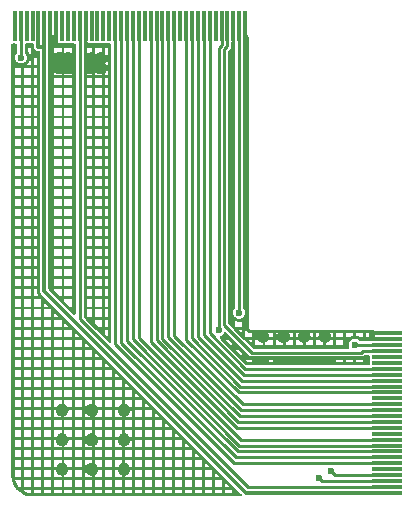
<source format=gbr>
%TF.GenerationSoftware,KiCad,Pcbnew,7.0.1*%
%TF.CreationDate,2024-06-25T20:02:14-07:00*%
%TF.ProjectId,project,70726f6a-6563-4742-9e6b-696361645f70,rev?*%
%TF.SameCoordinates,Original*%
%TF.FileFunction,Copper,L1,Top*%
%TF.FilePolarity,Positive*%
%FSLAX46Y46*%
G04 Gerber Fmt 4.6, Leading zero omitted, Abs format (unit mm)*
G04 Created by KiCad (PCBNEW 7.0.1) date 2024-06-25 20:02:14*
%MOMM*%
%LPD*%
G01*
G04 APERTURE LIST*
%TA.AperFunction,SMDPad,CuDef*%
%ADD10R,2.500000X0.300000*%
%TD*%
%TA.AperFunction,SMDPad,CuDef*%
%ADD11R,0.300000X2.500000*%
%TD*%
%TA.AperFunction,ViaPad*%
%ADD12C,0.600000*%
%TD*%
%TA.AperFunction,Conductor*%
%ADD13C,0.250000*%
%TD*%
%TA.AperFunction,Conductor*%
%ADD14C,0.300000*%
%TD*%
G04 APERTURE END LIST*
D10*
%TO.P,REF\u002A\u002A,2*%
%TO.N,VCC*%
X147500000Y-114500000D03*
%TO.P,REF\u002A\u002A,3*%
%TO.N,VDD5*%
X147500000Y-114000000D03*
%TO.P,REF\u002A\u002A,4*%
%TO.N,DCK*%
X147500000Y-113500000D03*
%TO.P,REF\u002A\u002A,5*%
%TO.N,LP*%
X147500000Y-113000000D03*
%TO.P,REF\u002A\u002A,6*%
%TO.N,PS*%
X147500000Y-112500000D03*
%TO.P,REF\u002A\u002A,7*%
%TO.N,LDB5*%
X147500000Y-112000000D03*
%TO.P,REF\u002A\u002A,8*%
%TO.N,LDB4*%
X147500000Y-111500000D03*
%TO.P,REF\u002A\u002A,9*%
%TO.N,LDB3*%
X147500000Y-111000000D03*
%TO.P,REF\u002A\u002A,10*%
%TO.N,LDB2*%
X147500000Y-110500000D03*
%TO.P,REF\u002A\u002A,11*%
%TO.N,LDB1*%
X147500000Y-110000000D03*
%TO.P,REF\u002A\u002A,12*%
%TO.N,LDB0*%
X147500000Y-109500000D03*
%TO.P,REF\u002A\u002A,13*%
%TO.N,LDG5*%
X147500000Y-109000000D03*
%TO.P,REF\u002A\u002A,14*%
%TO.N,LDG4*%
X147500000Y-108500000D03*
%TO.P,REF\u002A\u002A,15*%
%TO.N,LDG3*%
X147500000Y-108000000D03*
%TO.P,REF\u002A\u002A,16*%
%TO.N,LDG2*%
X147500000Y-107500000D03*
%TO.P,REF\u002A\u002A,17*%
%TO.N,LDG1*%
X147500000Y-107000000D03*
%TO.P,REF\u002A\u002A,18*%
%TO.N,LDG0*%
X147500000Y-106500000D03*
%TO.P,REF\u002A\u002A,19*%
%TO.N,LDR5*%
X147500000Y-106000000D03*
%TO.P,REF\u002A\u002A,20*%
%TO.N,LDR4*%
X147500000Y-105500000D03*
%TO.P,REF\u002A\u002A,21*%
%TO.N,LDR3*%
X147500000Y-105000000D03*
%TO.P,REF\u002A\u002A,22*%
%TO.N,LDR2*%
X147500000Y-104500000D03*
%TO.P,REF\u002A\u002A,23*%
%TO.N,LDR1*%
X147500000Y-104000000D03*
%TO.P,REF\u002A\u002A,24*%
%TO.N,LDR0*%
X147500000Y-103500000D03*
%TO.P,REF\u002A\u002A,25*%
%TO.N,SPL*%
X147500000Y-103000000D03*
%TO.P,REF\u002A\u002A,26*%
%TO.N,SPS*%
X147500000Y-102500000D03*
%TO.P,REF\u002A\u002A,27*%
%TO.N,TOUCH*%
X147500000Y-102000000D03*
%TO.P,REF\u002A\u002A,28*%
%TO.N,GND*%
X147500000Y-101500000D03*
%TO.P,REF\u002A\u002A,29*%
X147500000Y-101000000D03*
%TD*%
D11*
%TO.P,REF\u002A\u002A,1*%
%TO.N,GND*%
X135500000Y-75000000D03*
%TO.P,REF\u002A\u002A,2*%
%TO.N,DCK*%
X135000000Y-75000000D03*
%TO.P,REF\u002A\u002A,3*%
%TO.N,GND*%
X134500000Y-75000000D03*
%TO.P,REF\u002A\u002A,4*%
%TO.N,SPS*%
X134000000Y-75000000D03*
%TO.P,REF\u002A\u002A,5*%
%TO.N,LP*%
X133500000Y-75000000D03*
%TO.P,REF\u002A\u002A,6*%
%TO.N,N/C*%
X133000000Y-75000000D03*
%TO.P,REF\u002A\u002A,7*%
%TO.N,LDR1*%
X132500000Y-75000000D03*
%TO.P,REF\u002A\u002A,8*%
%TO.N,LDR2*%
X132000000Y-75000000D03*
%TO.P,REF\u002A\u002A,9*%
%TO.N,LDR3*%
X131500000Y-75000000D03*
%TO.P,REF\u002A\u002A,10*%
%TO.N,LDR4*%
X131000000Y-75000000D03*
%TO.P,REF\u002A\u002A,11*%
%TO.N,LDR5*%
X130500000Y-75000000D03*
%TO.P,REF\u002A\u002A,12*%
%TO.N,N/C*%
X130000000Y-75000000D03*
%TO.P,REF\u002A\u002A,13*%
%TO.N,LDG1*%
X129500000Y-75000000D03*
%TO.P,REF\u002A\u002A,14*%
%TO.N,LDG2*%
X129000000Y-75000000D03*
%TO.P,REF\u002A\u002A,15*%
%TO.N,LDG3*%
X128500000Y-75000000D03*
%TO.P,REF\u002A\u002A,16*%
%TO.N,LDG4*%
X128000000Y-75000000D03*
%TO.P,REF\u002A\u002A,17*%
%TO.N,LDG5*%
X127500000Y-75000000D03*
%TO.P,REF\u002A\u002A,18*%
%TO.N,N/C*%
X127000000Y-75000000D03*
%TO.P,REF\u002A\u002A,19*%
%TO.N,LDB1*%
X126500000Y-75000000D03*
%TO.P,REF\u002A\u002A,20*%
%TO.N,LDB2*%
X126000000Y-75000000D03*
%TO.P,REF\u002A\u002A,21*%
%TO.N,LDB3*%
X125500000Y-75000000D03*
%TO.P,REF\u002A\u002A,22*%
%TO.N,LDB4*%
X125000000Y-75000000D03*
%TO.P,REF\u002A\u002A,23*%
%TO.N,LDB5*%
X124500000Y-75000000D03*
%TO.P,REF\u002A\u002A,24*%
%TO.N,N/C*%
X124000000Y-75000000D03*
%TO.P,REF\u002A\u002A,25*%
X123500000Y-75000000D03*
%TO.P,REF\u002A\u002A,26*%
X123000000Y-75000000D03*
%TO.P,REF\u002A\u002A,27*%
X122500000Y-75000000D03*
%TO.P,REF\u002A\u002A,28*%
%TO.N,GND*%
X122000000Y-75000000D03*
%TO.P,REF\u002A\u002A,29*%
%TO.N,VDD5*%
X121500000Y-75000000D03*
%TO.P,REF\u002A\u002A,30*%
%TO.N,N/C*%
X121000000Y-75000000D03*
%TO.P,REF\u002A\u002A,31*%
X120500000Y-75000000D03*
%TO.P,REF\u002A\u002A,32*%
X120000000Y-75000000D03*
%TO.P,REF\u002A\u002A,33*%
%TO.N,GND*%
X119500000Y-75000000D03*
%TO.P,REF\u002A\u002A,34*%
X119000000Y-75000000D03*
%TO.P,REF\u002A\u002A,35*%
%TO.N,VCC*%
X118500000Y-75000000D03*
%TO.P,REF\u002A\u002A,36*%
X118000000Y-75000000D03*
%TO.P,REF\u002A\u002A,37*%
%TO.N,N/C*%
X117500000Y-75000000D03*
%TO.P,REF\u002A\u002A,38*%
X117000000Y-75000000D03*
%TO.P,REF\u002A\u002A,39*%
%TO.N,TOUCH*%
X116500000Y-75000000D03*
%TO.P,REF\u002A\u002A,40*%
%TO.N,N/C*%
X116000000Y-75000000D03*
%TD*%
D12*
%TO.N,TOUCH*%
X116525000Y-77650000D03*
X144775000Y-101950500D03*
%TO.N,GND*%
X138750000Y-103250000D03*
X122500000Y-112500000D03*
X120500000Y-78500000D03*
X123250000Y-78500000D03*
X119750000Y-78500000D03*
X122500000Y-77750000D03*
X122500000Y-107500000D03*
X122500000Y-78500000D03*
X142250000Y-101250000D03*
X125250000Y-112500000D03*
X140500000Y-103250000D03*
X138750000Y-101250000D03*
X137000000Y-101250000D03*
X120500000Y-77750000D03*
X120000000Y-107500000D03*
X140500000Y-101250000D03*
X119750000Y-77750000D03*
X125250000Y-107500000D03*
X122500000Y-110000000D03*
X120000000Y-110000000D03*
X125250000Y-110000000D03*
X120000000Y-112500000D03*
X137000000Y-103250000D03*
X142250000Y-103250000D03*
X123250000Y-77750000D03*
%TO.N,LP*%
X133250000Y-100750000D03*
X142750000Y-112624500D03*
%TO.N,DCK*%
X135000000Y-99250000D03*
X141750000Y-113249000D03*
%TD*%
D13*
%TO.N,SPS*%
X145450000Y-102500000D02*
X147500000Y-102500000D01*
X145325000Y-102625000D02*
X145450000Y-102500000D01*
X133750000Y-100308058D02*
X136066942Y-102625000D01*
X136066942Y-102625000D02*
X145325000Y-102625000D01*
X133750000Y-76936396D02*
X133750000Y-100308058D01*
X134000000Y-76686396D02*
X133750000Y-76936396D01*
X134000000Y-75000000D02*
X134000000Y-76686396D01*
%TO.N,TOUCH*%
X147500000Y-102000000D02*
X144824500Y-102000000D01*
X144824500Y-102000000D02*
X144775000Y-101950500D01*
X116500000Y-77625000D02*
X116500000Y-75000000D01*
X116525000Y-77650000D02*
X116500000Y-77625000D01*
%TO.N,LDR1*%
X132500000Y-101000000D02*
X135500000Y-104000000D01*
X135500000Y-104000000D02*
X147500000Y-104000000D01*
X132500000Y-75000000D02*
X132500000Y-101000000D01*
%TO.N,LDR2*%
X132000000Y-75000000D02*
X132000000Y-101136396D01*
X135363604Y-104500000D02*
X147500000Y-104500000D01*
X132000000Y-101136396D02*
X135363604Y-104500000D01*
%TO.N,LDR3*%
X131500000Y-75000000D02*
X131500000Y-101272792D01*
X131500000Y-101272792D02*
X135227208Y-105000000D01*
X135227208Y-105000000D02*
X147500000Y-105000000D01*
%TO.N,LDR4*%
X131000000Y-75000000D02*
X131000000Y-101409188D01*
X131000000Y-101409188D02*
X135090812Y-105500000D01*
X135090812Y-105500000D02*
X147500000Y-105500000D01*
%TO.N,LDR5*%
X134954416Y-106000000D02*
X147500000Y-106000000D01*
X130500000Y-101545584D02*
X134954416Y-106000000D01*
X130500000Y-75000000D02*
X130500000Y-101545584D01*
%TO.N,LDG1*%
X135318020Y-107000000D02*
X147500000Y-107000000D01*
X129500000Y-101181980D02*
X135318020Y-107000000D01*
X129500000Y-75000000D02*
X129500000Y-101181980D01*
%TO.N,LDG2*%
X135181624Y-107500000D02*
X147500000Y-107500000D01*
X129000000Y-75000000D02*
X129000000Y-101318376D01*
X129000000Y-101318376D02*
X135181624Y-107500000D01*
%TO.N,LDG3*%
X128500000Y-101454772D02*
X135045228Y-108000000D01*
X128500000Y-75000000D02*
X128500000Y-101454772D01*
X135045228Y-108000000D02*
X147500000Y-108000000D01*
%TO.N,LDG4*%
X134908832Y-108500000D02*
X147500000Y-108500000D01*
X128000000Y-75000000D02*
X128000000Y-101591168D01*
X128000000Y-101591168D02*
X134908832Y-108500000D01*
%TO.N,LDG5*%
X134772436Y-109000000D02*
X147500000Y-109000000D01*
X127500000Y-75000000D02*
X127500000Y-101727564D01*
X127500000Y-101727564D02*
X134772436Y-109000000D01*
%TO.N,LDB1*%
X126500000Y-101363960D02*
X135136040Y-110000000D01*
X135136040Y-110000000D02*
X147500000Y-110000000D01*
X126500000Y-75000000D02*
X126500000Y-101363960D01*
%TO.N,LDB2*%
X134999644Y-110500000D02*
X147500000Y-110500000D01*
X126000000Y-75000000D02*
X126000000Y-101500356D01*
X126000000Y-101500356D02*
X134999644Y-110500000D01*
%TO.N,LDB3*%
X125500000Y-75000000D02*
X125500000Y-101636752D01*
X125500000Y-101636752D02*
X134863248Y-111000000D01*
X134863248Y-111000000D02*
X147500000Y-111000000D01*
%TO.N,LDB4*%
X125000000Y-101773148D02*
X134726852Y-111500000D01*
X125000000Y-75000000D02*
X125000000Y-101773148D01*
X134726852Y-111500000D02*
X147500000Y-111500000D01*
%TO.N,LDB5*%
X124500000Y-75000000D02*
X124500000Y-101909544D01*
X124500000Y-101909544D02*
X134590456Y-112000000D01*
X134590456Y-112000000D02*
X147500000Y-112000000D01*
D14*
%TO.N,VCC*%
X118500000Y-97421751D02*
X118500000Y-76750000D01*
X118000000Y-76750000D02*
X118500000Y-76750000D01*
X147500000Y-114500000D02*
X135578249Y-114500000D01*
X135578249Y-114500000D02*
X118500000Y-97421751D01*
X118500000Y-76750000D02*
X118500000Y-75000000D01*
X118000000Y-75000000D02*
X118000000Y-76750000D01*
D13*
%TO.N,LP*%
X143125500Y-113000000D02*
X147500000Y-113000000D01*
X133500000Y-76550000D02*
X133500000Y-75000000D01*
X133250000Y-100750000D02*
X133250000Y-76800000D01*
X142750000Y-112624500D02*
X143125500Y-113000000D01*
X133250000Y-76800000D02*
X133500000Y-76550000D01*
%TO.N,DCK*%
X142001000Y-113500000D02*
X141750000Y-113249000D01*
X147500000Y-113500000D02*
X142001000Y-113500000D01*
X135000000Y-99250000D02*
X135000000Y-75000000D01*
%TO.N,VDD5*%
X135750000Y-114000000D02*
X147500000Y-114000000D01*
X121500000Y-99750000D02*
X135750000Y-114000000D01*
X121500000Y-75000000D02*
X121500000Y-99750000D01*
%TD*%
%TA.AperFunction,Conductor*%
%TO.N,GND*%
G36*
X117330252Y-76450500D02*
G01*
X117525500Y-76450500D01*
X117587500Y-76467113D01*
X117632887Y-76512500D01*
X117649500Y-76574500D01*
X117649500Y-76730376D01*
X117649077Y-76740614D01*
X117645868Y-76779344D01*
X117655408Y-76817018D01*
X117657507Y-76827029D01*
X117661174Y-76849000D01*
X117663973Y-76865773D01*
X117674367Y-76892409D01*
X117695836Y-76925270D01*
X117701081Y-76934072D01*
X117719771Y-76968608D01*
X117738249Y-76990424D01*
X117738562Y-76990667D01*
X117738563Y-76990669D01*
X117761974Y-77008890D01*
X117769234Y-77014541D01*
X117777055Y-77021166D01*
X117805934Y-77047752D01*
X117830494Y-77062386D01*
X117830872Y-77062516D01*
X117830874Y-77062517D01*
X117867623Y-77075133D01*
X117877165Y-77078856D01*
X117913133Y-77094633D01*
X117941114Y-77100500D01*
X117941512Y-77100500D01*
X117980376Y-77100500D01*
X117990613Y-77100923D01*
X117996362Y-77101399D01*
X118029344Y-77104132D01*
X118029345Y-77104131D01*
X118035737Y-77104661D01*
X118093320Y-77124428D01*
X118134554Y-77169220D01*
X118149500Y-77228238D01*
X118149500Y-97372539D01*
X118146861Y-97397985D01*
X118144957Y-97407065D01*
X118148548Y-97435874D01*
X118149458Y-97450546D01*
X118152665Y-97469764D01*
X118153403Y-97474829D01*
X118160351Y-97530560D01*
X118187081Y-97579953D01*
X118189421Y-97584498D01*
X118210802Y-97628235D01*
X118210803Y-97628236D01*
X118214084Y-97634947D01*
X118219581Y-97640007D01*
X118219582Y-97640009D01*
X118225221Y-97645200D01*
X118255399Y-97672981D01*
X118259097Y-97676530D01*
X135170386Y-114587819D01*
X135200636Y-114637182D01*
X135205178Y-114694898D01*
X135183023Y-114748385D01*
X135139000Y-114785985D01*
X135082705Y-114799500D01*
X117504067Y-114799500D01*
X117495957Y-114799235D01*
X117273221Y-114784636D01*
X117257140Y-114782518D01*
X117042228Y-114739769D01*
X117026561Y-114735571D01*
X116819057Y-114665133D01*
X116804071Y-114658926D01*
X116607539Y-114562007D01*
X116593492Y-114553897D01*
X116411291Y-114432154D01*
X116398423Y-114422280D01*
X116251007Y-114293000D01*
X116799500Y-114293000D01*
X116799500Y-114352280D01*
X116916061Y-114409762D01*
X117105059Y-114473918D01*
X117300829Y-114512859D01*
X117401500Y-114519458D01*
X117401500Y-114293000D01*
X117650500Y-114293000D01*
X117650500Y-114526500D01*
X118252500Y-114526500D01*
X118252500Y-114293000D01*
X118501500Y-114293000D01*
X118501500Y-114526500D01*
X119103500Y-114526500D01*
X119103500Y-114293000D01*
X119352500Y-114293000D01*
X119352500Y-114526500D01*
X119954500Y-114526500D01*
X119954500Y-114293000D01*
X120203500Y-114293000D01*
X120203500Y-114526500D01*
X120805500Y-114526500D01*
X120805500Y-114293000D01*
X121054500Y-114293000D01*
X121054500Y-114526500D01*
X121656500Y-114526500D01*
X121656500Y-114293000D01*
X121905500Y-114293000D01*
X121905500Y-114526500D01*
X122507500Y-114526500D01*
X122507500Y-114293000D01*
X122756500Y-114293000D01*
X122756500Y-114526500D01*
X123358500Y-114526500D01*
X123358500Y-114293000D01*
X123607500Y-114293000D01*
X123607500Y-114526500D01*
X124209500Y-114526500D01*
X124209500Y-114293000D01*
X124458500Y-114293000D01*
X124458500Y-114526500D01*
X125060500Y-114526500D01*
X125060500Y-114293000D01*
X125309500Y-114293000D01*
X125309500Y-114526500D01*
X125911500Y-114526500D01*
X125911500Y-114293000D01*
X126160500Y-114293000D01*
X126160500Y-114526500D01*
X126762500Y-114526500D01*
X126762500Y-114293000D01*
X127011500Y-114293000D01*
X127011500Y-114526500D01*
X127613500Y-114526500D01*
X127613500Y-114293000D01*
X127862500Y-114293000D01*
X127862500Y-114526500D01*
X128464500Y-114526500D01*
X128464500Y-114293000D01*
X128713500Y-114293000D01*
X128713500Y-114526500D01*
X129315500Y-114526500D01*
X129315500Y-114293000D01*
X129564500Y-114293000D01*
X129564500Y-114526500D01*
X130166500Y-114526500D01*
X130166500Y-114293000D01*
X130415500Y-114293000D01*
X130415500Y-114526500D01*
X131017500Y-114526500D01*
X131017500Y-114293000D01*
X131266500Y-114293000D01*
X131266500Y-114526500D01*
X131868500Y-114526500D01*
X131868500Y-114293000D01*
X132117500Y-114293000D01*
X132117500Y-114526500D01*
X132719500Y-114526500D01*
X132719500Y-114293000D01*
X132968500Y-114293000D01*
X132968500Y-114526500D01*
X133570500Y-114526500D01*
X133570500Y-114293000D01*
X133819500Y-114293000D01*
X133819500Y-114526500D01*
X134421500Y-114526500D01*
X134421500Y-114293000D01*
X133819500Y-114293000D01*
X133570500Y-114293000D01*
X132968500Y-114293000D01*
X132719500Y-114293000D01*
X132117500Y-114293000D01*
X131868500Y-114293000D01*
X131266500Y-114293000D01*
X131017500Y-114293000D01*
X130415500Y-114293000D01*
X130166500Y-114293000D01*
X129564500Y-114293000D01*
X129315500Y-114293000D01*
X128713500Y-114293000D01*
X128464500Y-114293000D01*
X127862500Y-114293000D01*
X127613500Y-114293000D01*
X127011500Y-114293000D01*
X126762500Y-114293000D01*
X126160500Y-114293000D01*
X125911500Y-114293000D01*
X125309500Y-114293000D01*
X125060500Y-114293000D01*
X124458500Y-114293000D01*
X124209500Y-114293000D01*
X123607500Y-114293000D01*
X123358500Y-114293000D01*
X122756500Y-114293000D01*
X122507500Y-114293000D01*
X121905500Y-114293000D01*
X121656500Y-114293000D01*
X121054500Y-114293000D01*
X120805500Y-114293000D01*
X120203500Y-114293000D01*
X119954500Y-114293000D01*
X119352500Y-114293000D01*
X119103500Y-114293000D01*
X118501500Y-114293000D01*
X118252500Y-114293000D01*
X117650500Y-114293000D01*
X117401500Y-114293000D01*
X116799500Y-114293000D01*
X116251007Y-114293000D01*
X116233671Y-114277797D01*
X116222202Y-114266328D01*
X116137504Y-114169748D01*
X116077716Y-114101573D01*
X116067845Y-114088708D01*
X115946102Y-113906507D01*
X115937992Y-113892460D01*
X115935196Y-113886791D01*
X115841070Y-113695921D01*
X115834866Y-113680942D01*
X115827530Y-113659332D01*
X115773101Y-113498988D01*
X115764428Y-113473438D01*
X115760230Y-113457771D01*
X115757093Y-113442000D01*
X116042055Y-113442000D01*
X116090235Y-113583937D01*
X116178518Y-113762955D01*
X116289408Y-113928915D01*
X116390335Y-114044000D01*
X116550500Y-114044000D01*
X116550500Y-113442000D01*
X116799500Y-113442000D01*
X116799500Y-114044000D01*
X117401500Y-114044000D01*
X117401500Y-113442000D01*
X117650500Y-113442000D01*
X117650500Y-114044000D01*
X118252500Y-114044000D01*
X118252500Y-113442000D01*
X118501500Y-113442000D01*
X118501500Y-114044000D01*
X119103500Y-114044000D01*
X119103500Y-113442000D01*
X119352500Y-113442000D01*
X119352500Y-114044000D01*
X119954500Y-114044000D01*
X119954500Y-113442000D01*
X120203500Y-113442000D01*
X120203500Y-114044000D01*
X120805500Y-114044000D01*
X120805500Y-113442000D01*
X121054500Y-113442000D01*
X121054500Y-114044000D01*
X121656500Y-114044000D01*
X121656500Y-113442000D01*
X121905500Y-113442000D01*
X121905500Y-114044000D01*
X122507500Y-114044000D01*
X122507500Y-113442000D01*
X122756500Y-113442000D01*
X122756500Y-114044000D01*
X123358500Y-114044000D01*
X123358500Y-113442000D01*
X123607500Y-113442000D01*
X123607500Y-114044000D01*
X124209500Y-114044000D01*
X124209500Y-113442000D01*
X124458500Y-113442000D01*
X124458500Y-114044000D01*
X125060500Y-114044000D01*
X125060500Y-113442000D01*
X125309500Y-113442000D01*
X125309500Y-114044000D01*
X125911500Y-114044000D01*
X125911500Y-113442000D01*
X126160500Y-113442000D01*
X126160500Y-114044000D01*
X126762500Y-114044000D01*
X126762500Y-113442000D01*
X127011500Y-113442000D01*
X127011500Y-114044000D01*
X127613500Y-114044000D01*
X127613500Y-113442000D01*
X127862500Y-113442000D01*
X127862500Y-114044000D01*
X128464500Y-114044000D01*
X128464500Y-113442000D01*
X128713500Y-113442000D01*
X128713500Y-114044000D01*
X129315500Y-114044000D01*
X129315500Y-113442000D01*
X129564500Y-113442000D01*
X129564500Y-114044000D01*
X130166500Y-114044000D01*
X130166500Y-113442000D01*
X130415500Y-113442000D01*
X130415500Y-114044000D01*
X131017500Y-114044000D01*
X131017500Y-113442000D01*
X131266500Y-113442000D01*
X131266500Y-114044000D01*
X131868500Y-114044000D01*
X131868500Y-113442000D01*
X132117500Y-113442000D01*
X132117500Y-114044000D01*
X132719500Y-114044000D01*
X132719500Y-113442000D01*
X132968500Y-113442000D01*
X132968500Y-114044000D01*
X133570500Y-114044000D01*
X133570500Y-113623013D01*
X133819500Y-113623013D01*
X133819500Y-114044000D01*
X134240487Y-114044000D01*
X133819500Y-113623013D01*
X133570500Y-113623013D01*
X133570500Y-113442000D01*
X132968500Y-113442000D01*
X132719500Y-113442000D01*
X132117500Y-113442000D01*
X131868500Y-113442000D01*
X131266500Y-113442000D01*
X131017500Y-113442000D01*
X130415500Y-113442000D01*
X130166500Y-113442000D01*
X129564500Y-113442000D01*
X129315500Y-113442000D01*
X128713500Y-113442000D01*
X128464500Y-113442000D01*
X127862500Y-113442000D01*
X127613500Y-113442000D01*
X127011500Y-113442000D01*
X126762500Y-113442000D01*
X126160500Y-113442000D01*
X125911500Y-113442000D01*
X125309500Y-113442000D01*
X125060500Y-113442000D01*
X124458500Y-113442000D01*
X124209500Y-113442000D01*
X123607500Y-113442000D01*
X123358500Y-113442000D01*
X122756500Y-113442000D01*
X122507500Y-113442000D01*
X121905500Y-113442000D01*
X121656500Y-113442000D01*
X121054500Y-113442000D01*
X120805500Y-113442000D01*
X120203500Y-113442000D01*
X119954500Y-113442000D01*
X119352500Y-113442000D01*
X119103500Y-113442000D01*
X118501500Y-113442000D01*
X118252500Y-113442000D01*
X117650500Y-113442000D01*
X117401500Y-113442000D01*
X116799500Y-113442000D01*
X116550500Y-113442000D01*
X116042055Y-113442000D01*
X115757093Y-113442000D01*
X115723232Y-113271769D01*
X115717479Y-113242848D01*
X115715364Y-113226790D01*
X115700765Y-113004043D01*
X115700500Y-112995933D01*
X115700500Y-112591000D01*
X115973500Y-112591000D01*
X115973500Y-112991056D01*
X115986735Y-113193000D01*
X116550500Y-113193000D01*
X116550500Y-112591000D01*
X116799500Y-112591000D01*
X116799500Y-113193000D01*
X117401500Y-113193000D01*
X117401500Y-112591000D01*
X117650500Y-112591000D01*
X117650500Y-113193000D01*
X118252500Y-113193000D01*
X118252500Y-112591000D01*
X118501500Y-112591000D01*
X118501500Y-113193000D01*
X119103500Y-113193000D01*
X119103500Y-112591000D01*
X119352500Y-112591000D01*
X119352500Y-113193000D01*
X119954500Y-113193000D01*
X120203500Y-113193000D01*
X120805500Y-113193000D01*
X120805500Y-112591000D01*
X121054500Y-112591000D01*
X121054500Y-113193000D01*
X121656500Y-113193000D01*
X121656500Y-112591000D01*
X121905500Y-112591000D01*
X121905500Y-113193000D01*
X122507500Y-113193000D01*
X122756500Y-113193000D01*
X123358500Y-113193000D01*
X123358500Y-112591000D01*
X123607500Y-112591000D01*
X123607500Y-113193000D01*
X124209500Y-113193000D01*
X124209500Y-112591000D01*
X124458500Y-112591000D01*
X124458500Y-113193000D01*
X125060500Y-113193000D01*
X125309500Y-113193000D01*
X125911500Y-113193000D01*
X125911500Y-112591000D01*
X126160500Y-112591000D01*
X126160500Y-113193000D01*
X126762500Y-113193000D01*
X126762500Y-112591000D01*
X127011500Y-112591000D01*
X127011500Y-113193000D01*
X127613500Y-113193000D01*
X127613500Y-112591000D01*
X127862500Y-112591000D01*
X127862500Y-113193000D01*
X128464500Y-113193000D01*
X128464500Y-112591000D01*
X128713500Y-112591000D01*
X128713500Y-113193000D01*
X129315500Y-113193000D01*
X129315500Y-112591000D01*
X129564500Y-112591000D01*
X129564500Y-113193000D01*
X130166500Y-113193000D01*
X130166500Y-112591000D01*
X130415500Y-112591000D01*
X130415500Y-113193000D01*
X131017500Y-113193000D01*
X131017500Y-112591000D01*
X131266500Y-112591000D01*
X131266500Y-113193000D01*
X131868500Y-113193000D01*
X131868500Y-112591000D01*
X132117500Y-112591000D01*
X132117500Y-113193000D01*
X132719500Y-113193000D01*
X132719500Y-112772013D01*
X132968500Y-112772013D01*
X132968500Y-113193000D01*
X133389487Y-113193000D01*
X132968500Y-112772013D01*
X132719500Y-112772013D01*
X132719500Y-112591000D01*
X132117500Y-112591000D01*
X131868500Y-112591000D01*
X131266500Y-112591000D01*
X131017500Y-112591000D01*
X130415500Y-112591000D01*
X130166500Y-112591000D01*
X129564500Y-112591000D01*
X129315500Y-112591000D01*
X128713500Y-112591000D01*
X128464500Y-112591000D01*
X127862500Y-112591000D01*
X127613500Y-112591000D01*
X127011500Y-112591000D01*
X126762500Y-112591000D01*
X126160500Y-112591000D01*
X125911500Y-112591000D01*
X125791430Y-112591000D01*
X125781711Y-112652367D01*
X125769723Y-112689264D01*
X125708603Y-112809218D01*
X125685799Y-112840604D01*
X125590604Y-112935799D01*
X125559218Y-112958603D01*
X125439264Y-113019723D01*
X125402367Y-113031711D01*
X125309500Y-113046420D01*
X125309500Y-113193000D01*
X125060500Y-113193000D01*
X125060500Y-113019603D01*
X124940782Y-112958603D01*
X124909396Y-112935799D01*
X124814201Y-112840604D01*
X124791397Y-112809218D01*
X124730277Y-112689264D01*
X124718289Y-112652367D01*
X124708570Y-112591000D01*
X124458500Y-112591000D01*
X124209500Y-112591000D01*
X123607500Y-112591000D01*
X123358500Y-112591000D01*
X123041430Y-112591000D01*
X123031711Y-112652367D01*
X123019723Y-112689264D01*
X122958603Y-112809218D01*
X122935799Y-112840604D01*
X122840604Y-112935799D01*
X122809218Y-112958603D01*
X122756500Y-112985464D01*
X122756500Y-113193000D01*
X122507500Y-113193000D01*
X122507500Y-113052771D01*
X122480602Y-113052771D01*
X122347633Y-113031711D01*
X122310736Y-113019723D01*
X122190782Y-112958603D01*
X122159396Y-112935799D01*
X122064201Y-112840604D01*
X122041397Y-112809218D01*
X121980277Y-112689264D01*
X121968289Y-112652367D01*
X121958570Y-112591000D01*
X121905500Y-112591000D01*
X121656500Y-112591000D01*
X121054500Y-112591000D01*
X120805500Y-112591000D01*
X120541430Y-112591000D01*
X120531711Y-112652367D01*
X120519723Y-112689264D01*
X120458603Y-112809218D01*
X120435799Y-112840604D01*
X120340604Y-112935799D01*
X120309218Y-112958603D01*
X120203500Y-113012469D01*
X120203500Y-113193000D01*
X119954500Y-113193000D01*
X119954500Y-113048637D01*
X119847633Y-113031711D01*
X119810736Y-113019723D01*
X119690782Y-112958603D01*
X119659396Y-112935799D01*
X119564201Y-112840604D01*
X119541397Y-112809218D01*
X119480277Y-112689264D01*
X119468289Y-112652367D01*
X119458570Y-112591000D01*
X119352500Y-112591000D01*
X119103500Y-112591000D01*
X118501500Y-112591000D01*
X118252500Y-112591000D01*
X117650500Y-112591000D01*
X117401500Y-112591000D01*
X116799500Y-112591000D01*
X116550500Y-112591000D01*
X115973500Y-112591000D01*
X115700500Y-112591000D01*
X115700500Y-111740000D01*
X115973500Y-111740000D01*
X115973500Y-112342000D01*
X116550500Y-112342000D01*
X116550500Y-111740000D01*
X116799500Y-111740000D01*
X116799500Y-112342000D01*
X117401500Y-112342000D01*
X117401500Y-111740000D01*
X117650500Y-111740000D01*
X117650500Y-112342000D01*
X118252500Y-112342000D01*
X118252500Y-111740000D01*
X118501500Y-111740000D01*
X118501500Y-112342000D01*
X119103500Y-112342000D01*
X119103500Y-111740000D01*
X119352500Y-111740000D01*
X119352500Y-112342000D01*
X119470119Y-112342000D01*
X119480277Y-112310736D01*
X119541397Y-112190782D01*
X119564201Y-112159396D01*
X119659396Y-112064201D01*
X119690782Y-112041397D01*
X119810736Y-111980277D01*
X119847633Y-111968289D01*
X119954500Y-111951363D01*
X119954500Y-111740000D01*
X120203500Y-111740000D01*
X120203500Y-111987531D01*
X120309218Y-112041397D01*
X120340604Y-112064201D01*
X120435799Y-112159396D01*
X120458603Y-112190782D01*
X120519723Y-112310736D01*
X120529881Y-112342000D01*
X120805500Y-112342000D01*
X120805500Y-111740000D01*
X121054500Y-111740000D01*
X121054500Y-112342000D01*
X121656500Y-112342000D01*
X121656500Y-111740000D01*
X121905500Y-111740000D01*
X121905500Y-112342000D01*
X121970119Y-112342000D01*
X121980277Y-112310736D01*
X122041397Y-112190782D01*
X122064201Y-112159396D01*
X122159396Y-112064201D01*
X122190782Y-112041397D01*
X122310736Y-111980277D01*
X122347633Y-111968289D01*
X122480602Y-111947229D01*
X122507500Y-111947229D01*
X122507500Y-111740000D01*
X122756500Y-111740000D01*
X122756500Y-112014536D01*
X122809218Y-112041397D01*
X122840604Y-112064201D01*
X122935799Y-112159396D01*
X122958603Y-112190782D01*
X123019723Y-112310736D01*
X123029881Y-112342000D01*
X123358500Y-112342000D01*
X123358500Y-111740000D01*
X123607500Y-111740000D01*
X123607500Y-112342000D01*
X124209500Y-112342000D01*
X124209500Y-111740000D01*
X124458500Y-111740000D01*
X124458500Y-112342000D01*
X124720119Y-112342000D01*
X124730277Y-112310736D01*
X124791397Y-112190782D01*
X124814201Y-112159396D01*
X124909396Y-112064201D01*
X124940782Y-112041397D01*
X125060500Y-111980397D01*
X125060500Y-111740000D01*
X125309500Y-111740000D01*
X125309500Y-111953580D01*
X125402367Y-111968289D01*
X125439264Y-111980277D01*
X125559218Y-112041397D01*
X125590604Y-112064201D01*
X125685799Y-112159396D01*
X125708603Y-112190782D01*
X125769723Y-112310736D01*
X125779881Y-112342000D01*
X125911500Y-112342000D01*
X125911500Y-111740000D01*
X126160500Y-111740000D01*
X126160500Y-112342000D01*
X126762500Y-112342000D01*
X126762500Y-111740000D01*
X127011500Y-111740000D01*
X127011500Y-112342000D01*
X127613500Y-112342000D01*
X127613500Y-111740000D01*
X127862500Y-111740000D01*
X127862500Y-112342000D01*
X128464500Y-112342000D01*
X128464500Y-111740000D01*
X128713500Y-111740000D01*
X128713500Y-112342000D01*
X129315500Y-112342000D01*
X129315500Y-111740000D01*
X129564500Y-111740000D01*
X129564500Y-112342000D01*
X130166500Y-112342000D01*
X130166500Y-111740000D01*
X130415500Y-111740000D01*
X130415500Y-112342000D01*
X131017500Y-112342000D01*
X131017500Y-111740000D01*
X131266500Y-111740000D01*
X131266500Y-112342000D01*
X131868500Y-112342000D01*
X131868500Y-111921013D01*
X132117500Y-111921013D01*
X132117500Y-112342000D01*
X132538487Y-112342000D01*
X132117500Y-111921013D01*
X131868500Y-111921013D01*
X131868500Y-111740000D01*
X131266500Y-111740000D01*
X131017500Y-111740000D01*
X130415500Y-111740000D01*
X130166500Y-111740000D01*
X129564500Y-111740000D01*
X129315500Y-111740000D01*
X128713500Y-111740000D01*
X128464500Y-111740000D01*
X127862500Y-111740000D01*
X127613500Y-111740000D01*
X127011500Y-111740000D01*
X126762500Y-111740000D01*
X126160500Y-111740000D01*
X125911500Y-111740000D01*
X125309500Y-111740000D01*
X125060500Y-111740000D01*
X124458500Y-111740000D01*
X124209500Y-111740000D01*
X123607500Y-111740000D01*
X123358500Y-111740000D01*
X122756500Y-111740000D01*
X122507500Y-111740000D01*
X121905500Y-111740000D01*
X121656500Y-111740000D01*
X121054500Y-111740000D01*
X120805500Y-111740000D01*
X120203500Y-111740000D01*
X119954500Y-111740000D01*
X119352500Y-111740000D01*
X119103500Y-111740000D01*
X118501500Y-111740000D01*
X118252500Y-111740000D01*
X117650500Y-111740000D01*
X117401500Y-111740000D01*
X116799500Y-111740000D01*
X116550500Y-111740000D01*
X115973500Y-111740000D01*
X115700500Y-111740000D01*
X115700500Y-110889000D01*
X115973500Y-110889000D01*
X115973500Y-111491000D01*
X116550500Y-111491000D01*
X116550500Y-110889000D01*
X116799500Y-110889000D01*
X116799500Y-111491000D01*
X117401500Y-111491000D01*
X117401500Y-110889000D01*
X117650500Y-110889000D01*
X117650500Y-111491000D01*
X118252500Y-111491000D01*
X118252500Y-110889000D01*
X118501500Y-110889000D01*
X118501500Y-111491000D01*
X119103500Y-111491000D01*
X119103500Y-110889000D01*
X119352500Y-110889000D01*
X119352500Y-111491000D01*
X119954500Y-111491000D01*
X119954500Y-110889000D01*
X120203500Y-110889000D01*
X120203500Y-111491000D01*
X120805500Y-111491000D01*
X120805500Y-110889000D01*
X121054500Y-110889000D01*
X121054500Y-111491000D01*
X121656500Y-111491000D01*
X121656500Y-110889000D01*
X121905500Y-110889000D01*
X121905500Y-111491000D01*
X122507500Y-111491000D01*
X122507500Y-110889000D01*
X122756500Y-110889000D01*
X122756500Y-111491000D01*
X123358500Y-111491000D01*
X123358500Y-110889000D01*
X123607500Y-110889000D01*
X123607500Y-111491000D01*
X124209500Y-111491000D01*
X124209500Y-110889000D01*
X124458500Y-110889000D01*
X124458500Y-111491000D01*
X125060500Y-111491000D01*
X125060500Y-110889000D01*
X125309500Y-110889000D01*
X125309500Y-111491000D01*
X125911500Y-111491000D01*
X125911500Y-110889000D01*
X126160500Y-110889000D01*
X126160500Y-111491000D01*
X126762500Y-111491000D01*
X126762500Y-110889000D01*
X127011500Y-110889000D01*
X127011500Y-111491000D01*
X127613500Y-111491000D01*
X127613500Y-110889000D01*
X127862500Y-110889000D01*
X127862500Y-111491000D01*
X128464500Y-111491000D01*
X128464500Y-110889000D01*
X128713500Y-110889000D01*
X128713500Y-111491000D01*
X129315500Y-111491000D01*
X129315500Y-110889000D01*
X129564500Y-110889000D01*
X129564500Y-111491000D01*
X130166500Y-111491000D01*
X130166500Y-110889000D01*
X130415500Y-110889000D01*
X130415500Y-111491000D01*
X131017500Y-111491000D01*
X131017500Y-111070013D01*
X131266500Y-111070013D01*
X131266500Y-111491000D01*
X131687487Y-111491000D01*
X131266500Y-111070013D01*
X131017500Y-111070013D01*
X131017500Y-110889000D01*
X130415500Y-110889000D01*
X130166500Y-110889000D01*
X129564500Y-110889000D01*
X129315500Y-110889000D01*
X128713500Y-110889000D01*
X128464500Y-110889000D01*
X127862500Y-110889000D01*
X127613500Y-110889000D01*
X127011500Y-110889000D01*
X126762500Y-110889000D01*
X126160500Y-110889000D01*
X125911500Y-110889000D01*
X125309500Y-110889000D01*
X125060500Y-110889000D01*
X124458500Y-110889000D01*
X124209500Y-110889000D01*
X123607500Y-110889000D01*
X123358500Y-110889000D01*
X122756500Y-110889000D01*
X122507500Y-110889000D01*
X121905500Y-110889000D01*
X121656500Y-110889000D01*
X121054500Y-110889000D01*
X120805500Y-110889000D01*
X120203500Y-110889000D01*
X119954500Y-110889000D01*
X119352500Y-110889000D01*
X119103500Y-110889000D01*
X118501500Y-110889000D01*
X118252500Y-110889000D01*
X117650500Y-110889000D01*
X117401500Y-110889000D01*
X116799500Y-110889000D01*
X116550500Y-110889000D01*
X115973500Y-110889000D01*
X115700500Y-110889000D01*
X115700500Y-110038000D01*
X115973500Y-110038000D01*
X115973500Y-110640000D01*
X116550500Y-110640000D01*
X116550500Y-110038000D01*
X116799500Y-110038000D01*
X116799500Y-110640000D01*
X117401500Y-110640000D01*
X117401500Y-110038000D01*
X117650500Y-110038000D01*
X117650500Y-110640000D01*
X118252500Y-110640000D01*
X118252500Y-110038000D01*
X118501500Y-110038000D01*
X118501500Y-110640000D01*
X119103500Y-110640000D01*
X119103500Y-110038000D01*
X119352500Y-110038000D01*
X119352500Y-110640000D01*
X119954500Y-110640000D01*
X120203500Y-110640000D01*
X120805500Y-110640000D01*
X120805500Y-110038000D01*
X121054500Y-110038000D01*
X121054500Y-110640000D01*
X121656500Y-110640000D01*
X121656500Y-110038000D01*
X121905500Y-110038000D01*
X121905500Y-110640000D01*
X122507500Y-110640000D01*
X122756500Y-110640000D01*
X123358500Y-110640000D01*
X123358500Y-110038000D01*
X123607500Y-110038000D01*
X123607500Y-110640000D01*
X124209500Y-110640000D01*
X124209500Y-110038000D01*
X124458500Y-110038000D01*
X124458500Y-110640000D01*
X125060500Y-110640000D01*
X125309500Y-110640000D01*
X125911500Y-110640000D01*
X125911500Y-110038000D01*
X126160500Y-110038000D01*
X126160500Y-110640000D01*
X126762500Y-110640000D01*
X126762500Y-110038000D01*
X127011500Y-110038000D01*
X127011500Y-110640000D01*
X127613500Y-110640000D01*
X127613500Y-110038000D01*
X127862500Y-110038000D01*
X127862500Y-110640000D01*
X128464500Y-110640000D01*
X128464500Y-110038000D01*
X128713500Y-110038000D01*
X128713500Y-110640000D01*
X129315500Y-110640000D01*
X129315500Y-110038000D01*
X129564500Y-110038000D01*
X129564500Y-110640000D01*
X130166500Y-110640000D01*
X130166500Y-110219013D01*
X130415500Y-110219013D01*
X130415500Y-110640000D01*
X130836487Y-110640000D01*
X130415500Y-110219013D01*
X130166500Y-110219013D01*
X130166500Y-110038000D01*
X129564500Y-110038000D01*
X129315500Y-110038000D01*
X128713500Y-110038000D01*
X128464500Y-110038000D01*
X127862500Y-110038000D01*
X127613500Y-110038000D01*
X127011500Y-110038000D01*
X126762500Y-110038000D01*
X126160500Y-110038000D01*
X125911500Y-110038000D01*
X125799825Y-110038000D01*
X125781711Y-110152367D01*
X125769723Y-110189264D01*
X125708603Y-110309218D01*
X125685799Y-110340604D01*
X125590604Y-110435799D01*
X125559218Y-110458603D01*
X125439264Y-110519723D01*
X125402367Y-110531711D01*
X125309500Y-110546420D01*
X125309500Y-110640000D01*
X125060500Y-110640000D01*
X125060500Y-110519603D01*
X124940782Y-110458603D01*
X124909396Y-110435799D01*
X124814201Y-110340604D01*
X124791397Y-110309218D01*
X124730277Y-110189264D01*
X124718289Y-110152367D01*
X124700175Y-110038000D01*
X124458500Y-110038000D01*
X124209500Y-110038000D01*
X123607500Y-110038000D01*
X123358500Y-110038000D01*
X123049825Y-110038000D01*
X123031711Y-110152367D01*
X123019723Y-110189264D01*
X122958603Y-110309218D01*
X122935799Y-110340604D01*
X122840604Y-110435799D01*
X122809218Y-110458603D01*
X122756500Y-110485464D01*
X122756500Y-110640000D01*
X122507500Y-110640000D01*
X122507500Y-110552771D01*
X122480602Y-110552771D01*
X122347633Y-110531711D01*
X122310736Y-110519723D01*
X122190782Y-110458603D01*
X122159396Y-110435799D01*
X122064201Y-110340604D01*
X122041397Y-110309218D01*
X121980277Y-110189264D01*
X121968289Y-110152367D01*
X121950175Y-110038000D01*
X121905500Y-110038000D01*
X121656500Y-110038000D01*
X121054500Y-110038000D01*
X120805500Y-110038000D01*
X120549825Y-110038000D01*
X120531711Y-110152367D01*
X120519723Y-110189264D01*
X120458603Y-110309218D01*
X120435799Y-110340604D01*
X120340604Y-110435799D01*
X120309218Y-110458603D01*
X120203500Y-110512469D01*
X120203500Y-110640000D01*
X119954500Y-110640000D01*
X119954500Y-110548637D01*
X119847633Y-110531711D01*
X119810736Y-110519723D01*
X119690782Y-110458603D01*
X119659396Y-110435799D01*
X119564201Y-110340604D01*
X119541397Y-110309218D01*
X119480277Y-110189264D01*
X119468289Y-110152367D01*
X119450175Y-110038000D01*
X119352500Y-110038000D01*
X119103500Y-110038000D01*
X118501500Y-110038000D01*
X118252500Y-110038000D01*
X117650500Y-110038000D01*
X117401500Y-110038000D01*
X116799500Y-110038000D01*
X116550500Y-110038000D01*
X115973500Y-110038000D01*
X115700500Y-110038000D01*
X115700500Y-109187000D01*
X115973500Y-109187000D01*
X115973500Y-109789000D01*
X116550500Y-109789000D01*
X116550500Y-109187000D01*
X116799500Y-109187000D01*
X116799500Y-109789000D01*
X117401500Y-109789000D01*
X117401500Y-109187000D01*
X117650500Y-109187000D01*
X117650500Y-109789000D01*
X118252500Y-109789000D01*
X118252500Y-109187000D01*
X118501500Y-109187000D01*
X118501500Y-109789000D01*
X119103500Y-109789000D01*
X119103500Y-109187000D01*
X119352500Y-109187000D01*
X119352500Y-109789000D01*
X119491352Y-109789000D01*
X119541397Y-109690782D01*
X119564201Y-109659396D01*
X119659396Y-109564201D01*
X119690782Y-109541397D01*
X119810736Y-109480277D01*
X119847633Y-109468289D01*
X119954500Y-109451363D01*
X119954500Y-109187000D01*
X120203500Y-109187000D01*
X120203500Y-109487531D01*
X120309218Y-109541397D01*
X120340604Y-109564201D01*
X120435799Y-109659396D01*
X120458603Y-109690782D01*
X120508648Y-109789000D01*
X120805500Y-109789000D01*
X120805500Y-109187000D01*
X121054500Y-109187000D01*
X121054500Y-109789000D01*
X121656500Y-109789000D01*
X121656500Y-109187000D01*
X121905500Y-109187000D01*
X121905500Y-109789000D01*
X121991352Y-109789000D01*
X122041397Y-109690782D01*
X122064201Y-109659396D01*
X122159396Y-109564201D01*
X122190782Y-109541397D01*
X122310736Y-109480277D01*
X122347633Y-109468289D01*
X122480602Y-109447229D01*
X122507500Y-109447229D01*
X122507500Y-109187000D01*
X122756500Y-109187000D01*
X122756500Y-109514536D01*
X122809218Y-109541397D01*
X122840604Y-109564201D01*
X122935799Y-109659396D01*
X122958603Y-109690782D01*
X123008648Y-109789000D01*
X123358500Y-109789000D01*
X123358500Y-109187000D01*
X123607500Y-109187000D01*
X123607500Y-109789000D01*
X124209500Y-109789000D01*
X124209500Y-109187000D01*
X124458500Y-109187000D01*
X124458500Y-109789000D01*
X124741352Y-109789000D01*
X124791397Y-109690782D01*
X124814201Y-109659396D01*
X124909396Y-109564201D01*
X124940782Y-109541397D01*
X125060500Y-109480397D01*
X125060500Y-109187000D01*
X125309500Y-109187000D01*
X125309500Y-109453580D01*
X125402367Y-109468289D01*
X125439264Y-109480277D01*
X125559218Y-109541397D01*
X125590604Y-109564201D01*
X125685799Y-109659396D01*
X125708603Y-109690782D01*
X125758648Y-109789000D01*
X125911500Y-109789000D01*
X125911500Y-109187000D01*
X126160500Y-109187000D01*
X126160500Y-109789000D01*
X126762500Y-109789000D01*
X126762500Y-109187000D01*
X127011500Y-109187000D01*
X127011500Y-109789000D01*
X127613500Y-109789000D01*
X127613500Y-109187000D01*
X127862500Y-109187000D01*
X127862500Y-109789000D01*
X128464500Y-109789000D01*
X128464500Y-109187000D01*
X128713500Y-109187000D01*
X128713500Y-109789000D01*
X129315500Y-109789000D01*
X129315500Y-109368013D01*
X129564500Y-109368013D01*
X129564500Y-109789000D01*
X129985487Y-109789000D01*
X129564500Y-109368013D01*
X129315500Y-109368013D01*
X129315500Y-109187000D01*
X128713500Y-109187000D01*
X128464500Y-109187000D01*
X127862500Y-109187000D01*
X127613500Y-109187000D01*
X127011500Y-109187000D01*
X126762500Y-109187000D01*
X126160500Y-109187000D01*
X125911500Y-109187000D01*
X125309500Y-109187000D01*
X125060500Y-109187000D01*
X124458500Y-109187000D01*
X124209500Y-109187000D01*
X123607500Y-109187000D01*
X123358500Y-109187000D01*
X122756500Y-109187000D01*
X122507500Y-109187000D01*
X121905500Y-109187000D01*
X121656500Y-109187000D01*
X121054500Y-109187000D01*
X120805500Y-109187000D01*
X120203500Y-109187000D01*
X119954500Y-109187000D01*
X119352500Y-109187000D01*
X119103500Y-109187000D01*
X118501500Y-109187000D01*
X118252500Y-109187000D01*
X117650500Y-109187000D01*
X117401500Y-109187000D01*
X116799500Y-109187000D01*
X116550500Y-109187000D01*
X115973500Y-109187000D01*
X115700500Y-109187000D01*
X115700500Y-108336000D01*
X115973500Y-108336000D01*
X115973500Y-108938000D01*
X116550500Y-108938000D01*
X116550500Y-108336000D01*
X116799500Y-108336000D01*
X116799500Y-108938000D01*
X117401500Y-108938000D01*
X117401500Y-108336000D01*
X117650500Y-108336000D01*
X117650500Y-108938000D01*
X118252500Y-108938000D01*
X118252500Y-108336000D01*
X118501500Y-108336000D01*
X118501500Y-108938000D01*
X119103500Y-108938000D01*
X119103500Y-108336000D01*
X119352500Y-108336000D01*
X119352500Y-108938000D01*
X119954500Y-108938000D01*
X119954500Y-108336000D01*
X120203500Y-108336000D01*
X120203500Y-108938000D01*
X120805500Y-108938000D01*
X120805500Y-108336000D01*
X121054500Y-108336000D01*
X121054500Y-108938000D01*
X121656500Y-108938000D01*
X121656500Y-108336000D01*
X121905500Y-108336000D01*
X121905500Y-108938000D01*
X122507500Y-108938000D01*
X122507500Y-108336000D01*
X122756500Y-108336000D01*
X122756500Y-108938000D01*
X123358500Y-108938000D01*
X123358500Y-108336000D01*
X123607500Y-108336000D01*
X123607500Y-108938000D01*
X124209500Y-108938000D01*
X124209500Y-108336000D01*
X124458500Y-108336000D01*
X124458500Y-108938000D01*
X125060500Y-108938000D01*
X125060500Y-108336000D01*
X125309500Y-108336000D01*
X125309500Y-108938000D01*
X125911500Y-108938000D01*
X125911500Y-108336000D01*
X126160500Y-108336000D01*
X126160500Y-108938000D01*
X126762500Y-108938000D01*
X126762500Y-108336000D01*
X127011500Y-108336000D01*
X127011500Y-108938000D01*
X127613500Y-108938000D01*
X127613500Y-108336000D01*
X127862500Y-108336000D01*
X127862500Y-108938000D01*
X128464500Y-108938000D01*
X128464500Y-108517013D01*
X128713500Y-108517013D01*
X128713500Y-108938000D01*
X129134487Y-108938000D01*
X128713500Y-108517013D01*
X128464500Y-108517013D01*
X128464500Y-108336000D01*
X127862500Y-108336000D01*
X127613500Y-108336000D01*
X127011500Y-108336000D01*
X126762500Y-108336000D01*
X126160500Y-108336000D01*
X125911500Y-108336000D01*
X125309500Y-108336000D01*
X125060500Y-108336000D01*
X124458500Y-108336000D01*
X124209500Y-108336000D01*
X123607500Y-108336000D01*
X123358500Y-108336000D01*
X122756500Y-108336000D01*
X122507500Y-108336000D01*
X121905500Y-108336000D01*
X121656500Y-108336000D01*
X121054500Y-108336000D01*
X120805500Y-108336000D01*
X120203500Y-108336000D01*
X119954500Y-108336000D01*
X119352500Y-108336000D01*
X119103500Y-108336000D01*
X118501500Y-108336000D01*
X118252500Y-108336000D01*
X117650500Y-108336000D01*
X117401500Y-108336000D01*
X116799500Y-108336000D01*
X116550500Y-108336000D01*
X115973500Y-108336000D01*
X115700500Y-108336000D01*
X115700500Y-107485000D01*
X115973500Y-107485000D01*
X115973500Y-108087000D01*
X116550500Y-108087000D01*
X116550500Y-107485000D01*
X116799500Y-107485000D01*
X116799500Y-108087000D01*
X117401500Y-108087000D01*
X117401500Y-107485000D01*
X117650500Y-107485000D01*
X117650500Y-108087000D01*
X118252500Y-108087000D01*
X118252500Y-107485000D01*
X118501500Y-107485000D01*
X118501500Y-108087000D01*
X119103500Y-108087000D01*
X119103500Y-107485000D01*
X119352500Y-107485000D01*
X119352500Y-108087000D01*
X119954500Y-108087000D01*
X120203500Y-108087000D01*
X120805500Y-108087000D01*
X120805500Y-107485000D01*
X121054500Y-107485000D01*
X121054500Y-108087000D01*
X121656500Y-108087000D01*
X121656500Y-107485000D01*
X121905500Y-107485000D01*
X121905500Y-108087000D01*
X122507500Y-108087000D01*
X122756500Y-108087000D01*
X123358500Y-108087000D01*
X123358500Y-107485000D01*
X123607500Y-107485000D01*
X123607500Y-108087000D01*
X124209500Y-108087000D01*
X124209500Y-107485000D01*
X124458500Y-107485000D01*
X124458500Y-108087000D01*
X125060500Y-108087000D01*
X125309500Y-108087000D01*
X125911500Y-108087000D01*
X125911500Y-107485000D01*
X126160500Y-107485000D01*
X126160500Y-108087000D01*
X126762500Y-108087000D01*
X126762500Y-107485000D01*
X127011500Y-107485000D01*
X127011500Y-108087000D01*
X127613500Y-108087000D01*
X127613500Y-107666013D01*
X127862500Y-107666013D01*
X127862500Y-108087000D01*
X128283487Y-108087000D01*
X127862500Y-107666013D01*
X127613500Y-107666013D01*
X127613500Y-107485000D01*
X127011500Y-107485000D01*
X126762500Y-107485000D01*
X126160500Y-107485000D01*
X125911500Y-107485000D01*
X125802771Y-107485000D01*
X125802771Y-107519398D01*
X125781711Y-107652367D01*
X125769723Y-107689264D01*
X125708603Y-107809218D01*
X125685799Y-107840604D01*
X125590604Y-107935799D01*
X125559218Y-107958603D01*
X125439264Y-108019723D01*
X125402367Y-108031711D01*
X125309500Y-108046420D01*
X125309500Y-108087000D01*
X125060500Y-108087000D01*
X125060500Y-108019603D01*
X124940782Y-107958603D01*
X124909396Y-107935799D01*
X124814201Y-107840604D01*
X124791397Y-107809218D01*
X124730277Y-107689264D01*
X124718289Y-107652367D01*
X124697229Y-107519398D01*
X124697229Y-107485000D01*
X124458500Y-107485000D01*
X124209500Y-107485000D01*
X123607500Y-107485000D01*
X123358500Y-107485000D01*
X123052771Y-107485000D01*
X123052771Y-107519398D01*
X123031711Y-107652367D01*
X123019723Y-107689264D01*
X122958603Y-107809218D01*
X122935799Y-107840604D01*
X122840604Y-107935799D01*
X122809218Y-107958603D01*
X122756500Y-107985464D01*
X122756500Y-108087000D01*
X122507500Y-108087000D01*
X122507500Y-108052771D01*
X122480602Y-108052771D01*
X122347633Y-108031711D01*
X122310736Y-108019723D01*
X122190782Y-107958603D01*
X122159396Y-107935799D01*
X122064201Y-107840604D01*
X122041397Y-107809218D01*
X121980277Y-107689264D01*
X121968289Y-107652367D01*
X121947229Y-107519398D01*
X121947229Y-107485000D01*
X121905500Y-107485000D01*
X121656500Y-107485000D01*
X121054500Y-107485000D01*
X120805500Y-107485000D01*
X120552771Y-107485000D01*
X120552771Y-107519398D01*
X120531711Y-107652367D01*
X120519723Y-107689264D01*
X120458603Y-107809218D01*
X120435799Y-107840604D01*
X120340604Y-107935799D01*
X120309218Y-107958603D01*
X120203500Y-108012469D01*
X120203500Y-108087000D01*
X119954500Y-108087000D01*
X119954500Y-108048637D01*
X119847633Y-108031711D01*
X119810736Y-108019723D01*
X119690782Y-107958603D01*
X119659396Y-107935799D01*
X119564201Y-107840604D01*
X119541397Y-107809218D01*
X119480277Y-107689264D01*
X119468289Y-107652367D01*
X119447229Y-107519398D01*
X119447229Y-107485000D01*
X119352500Y-107485000D01*
X119103500Y-107485000D01*
X118501500Y-107485000D01*
X118252500Y-107485000D01*
X117650500Y-107485000D01*
X117401500Y-107485000D01*
X116799500Y-107485000D01*
X116550500Y-107485000D01*
X115973500Y-107485000D01*
X115700500Y-107485000D01*
X115700500Y-106634000D01*
X115973500Y-106634000D01*
X115973500Y-107236000D01*
X116550500Y-107236000D01*
X116550500Y-106634000D01*
X116799500Y-106634000D01*
X116799500Y-107236000D01*
X117401500Y-107236000D01*
X117401500Y-106634000D01*
X117650500Y-106634000D01*
X117650500Y-107236000D01*
X118252500Y-107236000D01*
X118252500Y-106634000D01*
X118501500Y-106634000D01*
X118501500Y-107236000D01*
X119103500Y-107236000D01*
X119103500Y-106634000D01*
X119352500Y-106634000D01*
X119352500Y-107236000D01*
X119518358Y-107236000D01*
X119541398Y-107190782D01*
X119564201Y-107159396D01*
X119659396Y-107064201D01*
X119690782Y-107041397D01*
X119810736Y-106980277D01*
X119847633Y-106968289D01*
X119954500Y-106951363D01*
X119954500Y-106634000D01*
X120203500Y-106634000D01*
X120203500Y-106987531D01*
X120309218Y-107041397D01*
X120340604Y-107064201D01*
X120435799Y-107159396D01*
X120458602Y-107190782D01*
X120481642Y-107236000D01*
X120805500Y-107236000D01*
X120805500Y-106634000D01*
X121054500Y-106634000D01*
X121054500Y-107236000D01*
X121656500Y-107236000D01*
X121656500Y-106634000D01*
X121905500Y-106634000D01*
X121905500Y-107236000D01*
X122018358Y-107236000D01*
X122041398Y-107190782D01*
X122064201Y-107159396D01*
X122159396Y-107064201D01*
X122190782Y-107041397D01*
X122310736Y-106980277D01*
X122347633Y-106968289D01*
X122480602Y-106947229D01*
X122507500Y-106947229D01*
X122507500Y-106634000D01*
X122756500Y-106634000D01*
X122756500Y-107014536D01*
X122809218Y-107041397D01*
X122840604Y-107064201D01*
X122935799Y-107159396D01*
X122958602Y-107190782D01*
X122981642Y-107236000D01*
X123358500Y-107236000D01*
X123358500Y-106634000D01*
X123607500Y-106634000D01*
X123607500Y-107236000D01*
X124209500Y-107236000D01*
X124209500Y-106634000D01*
X124458500Y-106634000D01*
X124458500Y-107236000D01*
X124768358Y-107236000D01*
X124791398Y-107190782D01*
X124814201Y-107159396D01*
X124909396Y-107064201D01*
X124940782Y-107041397D01*
X125060500Y-106980397D01*
X125060500Y-106634000D01*
X125309500Y-106634000D01*
X125309500Y-106953580D01*
X125402367Y-106968289D01*
X125439264Y-106980277D01*
X125559218Y-107041397D01*
X125590604Y-107064201D01*
X125685799Y-107159396D01*
X125708602Y-107190782D01*
X125731642Y-107236000D01*
X125911500Y-107236000D01*
X125911500Y-106634000D01*
X126160500Y-106634000D01*
X126160500Y-107236000D01*
X126762500Y-107236000D01*
X126762500Y-106815013D01*
X127011500Y-106815013D01*
X127011500Y-107236000D01*
X127432487Y-107236000D01*
X127011500Y-106815013D01*
X126762500Y-106815013D01*
X126762500Y-106634000D01*
X126160500Y-106634000D01*
X125911500Y-106634000D01*
X125309500Y-106634000D01*
X125060500Y-106634000D01*
X124458500Y-106634000D01*
X124209500Y-106634000D01*
X123607500Y-106634000D01*
X123358500Y-106634000D01*
X122756500Y-106634000D01*
X122507500Y-106634000D01*
X121905500Y-106634000D01*
X121656500Y-106634000D01*
X121054500Y-106634000D01*
X120805500Y-106634000D01*
X120203500Y-106634000D01*
X119954500Y-106634000D01*
X119352500Y-106634000D01*
X119103500Y-106634000D01*
X118501500Y-106634000D01*
X118252500Y-106634000D01*
X117650500Y-106634000D01*
X117401500Y-106634000D01*
X116799500Y-106634000D01*
X116550500Y-106634000D01*
X115973500Y-106634000D01*
X115700500Y-106634000D01*
X115700500Y-105783000D01*
X115973500Y-105783000D01*
X115973500Y-106385000D01*
X116550500Y-106385000D01*
X116550500Y-105783000D01*
X116799500Y-105783000D01*
X116799500Y-106385000D01*
X117401500Y-106385000D01*
X117401500Y-105783000D01*
X117650500Y-105783000D01*
X117650500Y-106385000D01*
X118252500Y-106385000D01*
X118252500Y-105783000D01*
X118501500Y-105783000D01*
X118501500Y-106385000D01*
X119103500Y-106385000D01*
X119103500Y-105783000D01*
X119352500Y-105783000D01*
X119352500Y-106385000D01*
X119954500Y-106385000D01*
X119954500Y-105783000D01*
X120203500Y-105783000D01*
X120203500Y-106385000D01*
X120805500Y-106385000D01*
X120805500Y-105783000D01*
X121054500Y-105783000D01*
X121054500Y-106385000D01*
X121656500Y-106385000D01*
X121656500Y-105783000D01*
X121905500Y-105783000D01*
X121905500Y-106385000D01*
X122507500Y-106385000D01*
X122507500Y-105783000D01*
X122756500Y-105783000D01*
X122756500Y-106385000D01*
X123358500Y-106385000D01*
X123358500Y-105783000D01*
X123607500Y-105783000D01*
X123607500Y-106385000D01*
X124209500Y-106385000D01*
X124209500Y-105783000D01*
X124458500Y-105783000D01*
X124458500Y-106385000D01*
X125060500Y-106385000D01*
X125060500Y-105783000D01*
X125309500Y-105783000D01*
X125309500Y-106385000D01*
X125911500Y-106385000D01*
X125911500Y-105964013D01*
X126160500Y-105964013D01*
X126160500Y-106385000D01*
X126581487Y-106385000D01*
X126160500Y-105964013D01*
X125911500Y-105964013D01*
X125911500Y-105783000D01*
X125309500Y-105783000D01*
X125060500Y-105783000D01*
X124458500Y-105783000D01*
X124209500Y-105783000D01*
X123607500Y-105783000D01*
X123358500Y-105783000D01*
X122756500Y-105783000D01*
X122507500Y-105783000D01*
X121905500Y-105783000D01*
X121656500Y-105783000D01*
X121054500Y-105783000D01*
X120805500Y-105783000D01*
X120203500Y-105783000D01*
X119954500Y-105783000D01*
X119352500Y-105783000D01*
X119103500Y-105783000D01*
X118501500Y-105783000D01*
X118252500Y-105783000D01*
X117650500Y-105783000D01*
X117401500Y-105783000D01*
X116799500Y-105783000D01*
X116550500Y-105783000D01*
X115973500Y-105783000D01*
X115700500Y-105783000D01*
X115700500Y-104932000D01*
X115973500Y-104932000D01*
X115973500Y-105534000D01*
X116550500Y-105534000D01*
X116550500Y-104932000D01*
X116799500Y-104932000D01*
X116799500Y-105534000D01*
X117401500Y-105534000D01*
X117401500Y-104932000D01*
X117650500Y-104932000D01*
X117650500Y-105534000D01*
X118252500Y-105534000D01*
X118252500Y-104932000D01*
X118501500Y-104932000D01*
X118501500Y-105534000D01*
X119103500Y-105534000D01*
X119103500Y-104932000D01*
X119352500Y-104932000D01*
X119352500Y-105534000D01*
X119954500Y-105534000D01*
X119954500Y-104932000D01*
X120203500Y-104932000D01*
X120203500Y-105534000D01*
X120805500Y-105534000D01*
X120805500Y-104932000D01*
X121054500Y-104932000D01*
X121054500Y-105534000D01*
X121656500Y-105534000D01*
X121656500Y-104932000D01*
X121905500Y-104932000D01*
X121905500Y-105534000D01*
X122507500Y-105534000D01*
X122507500Y-104932000D01*
X122756500Y-104932000D01*
X122756500Y-105534000D01*
X123358500Y-105534000D01*
X123358500Y-104932000D01*
X123607500Y-104932000D01*
X123607500Y-105534000D01*
X124209500Y-105534000D01*
X124209500Y-104932000D01*
X124458500Y-104932000D01*
X124458500Y-105534000D01*
X125060500Y-105534000D01*
X125060500Y-105113013D01*
X125309500Y-105113013D01*
X125309500Y-105534000D01*
X125730487Y-105534000D01*
X125309500Y-105113013D01*
X125060500Y-105113013D01*
X125060500Y-104932000D01*
X124458500Y-104932000D01*
X124209500Y-104932000D01*
X123607500Y-104932000D01*
X123358500Y-104932000D01*
X122756500Y-104932000D01*
X122507500Y-104932000D01*
X121905500Y-104932000D01*
X121656500Y-104932000D01*
X121054500Y-104932000D01*
X120805500Y-104932000D01*
X120203500Y-104932000D01*
X119954500Y-104932000D01*
X119352500Y-104932000D01*
X119103500Y-104932000D01*
X118501500Y-104932000D01*
X118252500Y-104932000D01*
X117650500Y-104932000D01*
X117401500Y-104932000D01*
X116799500Y-104932000D01*
X116550500Y-104932000D01*
X115973500Y-104932000D01*
X115700500Y-104932000D01*
X115700500Y-104081000D01*
X115973500Y-104081000D01*
X115973500Y-104683000D01*
X116550500Y-104683000D01*
X116550500Y-104081000D01*
X116799500Y-104081000D01*
X116799500Y-104683000D01*
X117401500Y-104683000D01*
X117401500Y-104081000D01*
X117650500Y-104081000D01*
X117650500Y-104683000D01*
X118252500Y-104683000D01*
X118252500Y-104081000D01*
X118501500Y-104081000D01*
X118501500Y-104683000D01*
X119103500Y-104683000D01*
X119103500Y-104081000D01*
X119352500Y-104081000D01*
X119352500Y-104683000D01*
X119954500Y-104683000D01*
X119954500Y-104081000D01*
X120203500Y-104081000D01*
X120203500Y-104683000D01*
X120805500Y-104683000D01*
X120805500Y-104081000D01*
X121054500Y-104081000D01*
X121054500Y-104683000D01*
X121656500Y-104683000D01*
X121656500Y-104081000D01*
X121905500Y-104081000D01*
X121905500Y-104683000D01*
X122507500Y-104683000D01*
X122507500Y-104081000D01*
X122756500Y-104081000D01*
X122756500Y-104683000D01*
X123358500Y-104683000D01*
X123358500Y-104081000D01*
X123607500Y-104081000D01*
X123607500Y-104683000D01*
X124209500Y-104683000D01*
X124209500Y-104262013D01*
X124458500Y-104262013D01*
X124458500Y-104683000D01*
X124879487Y-104683000D01*
X124458500Y-104262013D01*
X124209500Y-104262013D01*
X124209500Y-104081000D01*
X123607500Y-104081000D01*
X123358500Y-104081000D01*
X122756500Y-104081000D01*
X122507500Y-104081000D01*
X121905500Y-104081000D01*
X121656500Y-104081000D01*
X121054500Y-104081000D01*
X120805500Y-104081000D01*
X120203500Y-104081000D01*
X119954500Y-104081000D01*
X119352500Y-104081000D01*
X119103500Y-104081000D01*
X118501500Y-104081000D01*
X118252500Y-104081000D01*
X117650500Y-104081000D01*
X117401500Y-104081000D01*
X116799500Y-104081000D01*
X116550500Y-104081000D01*
X115973500Y-104081000D01*
X115700500Y-104081000D01*
X115700500Y-103230000D01*
X115973500Y-103230000D01*
X115973500Y-103832000D01*
X116550500Y-103832000D01*
X116550500Y-103230000D01*
X116799500Y-103230000D01*
X116799500Y-103832000D01*
X117401500Y-103832000D01*
X117401500Y-103230000D01*
X117650500Y-103230000D01*
X117650500Y-103832000D01*
X118252500Y-103832000D01*
X118252500Y-103230000D01*
X118501500Y-103230000D01*
X118501500Y-103832000D01*
X119103500Y-103832000D01*
X119103500Y-103230000D01*
X119352500Y-103230000D01*
X119352500Y-103832000D01*
X119954500Y-103832000D01*
X119954500Y-103230000D01*
X120203500Y-103230000D01*
X120203500Y-103832000D01*
X120805500Y-103832000D01*
X120805500Y-103230000D01*
X121054500Y-103230000D01*
X121054500Y-103832000D01*
X121656500Y-103832000D01*
X121656500Y-103230000D01*
X121905500Y-103230000D01*
X121905500Y-103832000D01*
X122507500Y-103832000D01*
X122507500Y-103230000D01*
X122756500Y-103230000D01*
X122756500Y-103832000D01*
X123358500Y-103832000D01*
X123358500Y-103411013D01*
X123607500Y-103411013D01*
X123607500Y-103832000D01*
X124028487Y-103832000D01*
X123607500Y-103411013D01*
X123358500Y-103411013D01*
X123358500Y-103230000D01*
X122756500Y-103230000D01*
X122507500Y-103230000D01*
X121905500Y-103230000D01*
X121656500Y-103230000D01*
X121054500Y-103230000D01*
X120805500Y-103230000D01*
X120203500Y-103230000D01*
X119954500Y-103230000D01*
X119352500Y-103230000D01*
X119103500Y-103230000D01*
X118501500Y-103230000D01*
X118252500Y-103230000D01*
X117650500Y-103230000D01*
X117401500Y-103230000D01*
X116799500Y-103230000D01*
X116550500Y-103230000D01*
X115973500Y-103230000D01*
X115700500Y-103230000D01*
X115700500Y-102379000D01*
X115973500Y-102379000D01*
X115973500Y-102981000D01*
X116550500Y-102981000D01*
X116550500Y-102379000D01*
X116799500Y-102379000D01*
X116799500Y-102981000D01*
X117401500Y-102981000D01*
X117401500Y-102379000D01*
X117650500Y-102379000D01*
X117650500Y-102981000D01*
X118252500Y-102981000D01*
X118252500Y-102379000D01*
X118501500Y-102379000D01*
X118501500Y-102981000D01*
X119103500Y-102981000D01*
X119103500Y-102379000D01*
X119352500Y-102379000D01*
X119352500Y-102981000D01*
X119954500Y-102981000D01*
X119954500Y-102379000D01*
X120203500Y-102379000D01*
X120203500Y-102981000D01*
X120805500Y-102981000D01*
X120805500Y-102379000D01*
X121054500Y-102379000D01*
X121054500Y-102981000D01*
X121656500Y-102981000D01*
X121656500Y-102379000D01*
X121905500Y-102379000D01*
X121905500Y-102981000D01*
X122507500Y-102981000D01*
X122507500Y-102560013D01*
X122756500Y-102560013D01*
X122756500Y-102981000D01*
X123177487Y-102981000D01*
X122756500Y-102560013D01*
X122507500Y-102560013D01*
X122507500Y-102379000D01*
X121905500Y-102379000D01*
X121656500Y-102379000D01*
X121054500Y-102379000D01*
X120805500Y-102379000D01*
X120203500Y-102379000D01*
X119954500Y-102379000D01*
X119352500Y-102379000D01*
X119103500Y-102379000D01*
X118501500Y-102379000D01*
X118252500Y-102379000D01*
X117650500Y-102379000D01*
X117401500Y-102379000D01*
X116799500Y-102379000D01*
X116550500Y-102379000D01*
X115973500Y-102379000D01*
X115700500Y-102379000D01*
X115700500Y-101528000D01*
X115973500Y-101528000D01*
X115973500Y-102130000D01*
X116550500Y-102130000D01*
X116550500Y-101528000D01*
X116799500Y-101528000D01*
X116799500Y-102130000D01*
X117401500Y-102130000D01*
X117401500Y-101528000D01*
X117650500Y-101528000D01*
X117650500Y-102130000D01*
X118252500Y-102130000D01*
X118252500Y-101528000D01*
X118501500Y-101528000D01*
X118501500Y-102130000D01*
X119103500Y-102130000D01*
X119103500Y-101528000D01*
X119352500Y-101528000D01*
X119352500Y-102130000D01*
X119954500Y-102130000D01*
X119954500Y-101528000D01*
X120203500Y-101528000D01*
X120203500Y-102130000D01*
X120805500Y-102130000D01*
X120805500Y-101528000D01*
X121054500Y-101528000D01*
X121054500Y-102130000D01*
X121656500Y-102130000D01*
X121656500Y-101709013D01*
X121905500Y-101709013D01*
X121905500Y-102130000D01*
X122326487Y-102130000D01*
X121905500Y-101709013D01*
X121656500Y-101709013D01*
X121656500Y-101528000D01*
X121054500Y-101528000D01*
X120805500Y-101528000D01*
X120203500Y-101528000D01*
X119954500Y-101528000D01*
X119352500Y-101528000D01*
X119103500Y-101528000D01*
X118501500Y-101528000D01*
X118252500Y-101528000D01*
X117650500Y-101528000D01*
X117401500Y-101528000D01*
X116799500Y-101528000D01*
X116550500Y-101528000D01*
X115973500Y-101528000D01*
X115700500Y-101528000D01*
X115700500Y-100677000D01*
X115973500Y-100677000D01*
X115973500Y-101279000D01*
X116550500Y-101279000D01*
X116550500Y-100677000D01*
X116799500Y-100677000D01*
X116799500Y-101279000D01*
X117401500Y-101279000D01*
X117401500Y-100677000D01*
X117650500Y-100677000D01*
X117650500Y-101279000D01*
X118252500Y-101279000D01*
X118252500Y-100677000D01*
X118501500Y-100677000D01*
X118501500Y-101279000D01*
X119103500Y-101279000D01*
X119103500Y-100677000D01*
X119352500Y-100677000D01*
X119352500Y-101279000D01*
X119954500Y-101279000D01*
X119954500Y-100677000D01*
X120203500Y-100677000D01*
X120203500Y-101279000D01*
X120805500Y-101279000D01*
X120805500Y-100858013D01*
X121054500Y-100858013D01*
X121054500Y-101279000D01*
X121475487Y-101279000D01*
X121054500Y-100858013D01*
X120805500Y-100858013D01*
X120805500Y-100677000D01*
X120203500Y-100677000D01*
X119954500Y-100677000D01*
X119352500Y-100677000D01*
X119103500Y-100677000D01*
X118501500Y-100677000D01*
X118252500Y-100677000D01*
X117650500Y-100677000D01*
X117401500Y-100677000D01*
X116799500Y-100677000D01*
X116550500Y-100677000D01*
X115973500Y-100677000D01*
X115700500Y-100677000D01*
X115700500Y-99826000D01*
X115973500Y-99826000D01*
X115973500Y-100428000D01*
X116550500Y-100428000D01*
X116550500Y-99826000D01*
X116799500Y-99826000D01*
X116799500Y-100428000D01*
X117401500Y-100428000D01*
X117401500Y-99826000D01*
X117650500Y-99826000D01*
X117650500Y-100428000D01*
X118252500Y-100428000D01*
X118252500Y-99826000D01*
X118501500Y-99826000D01*
X118501500Y-100428000D01*
X119103500Y-100428000D01*
X119103500Y-99826000D01*
X119352500Y-99826000D01*
X119352500Y-100428000D01*
X119954500Y-100428000D01*
X119954500Y-100007013D01*
X120203500Y-100007013D01*
X120203500Y-100428000D01*
X120624487Y-100428000D01*
X120203500Y-100007013D01*
X119954500Y-100007013D01*
X119954500Y-99826000D01*
X119352500Y-99826000D01*
X119103500Y-99826000D01*
X118501500Y-99826000D01*
X118252500Y-99826000D01*
X117650500Y-99826000D01*
X117401500Y-99826000D01*
X116799500Y-99826000D01*
X116550500Y-99826000D01*
X115973500Y-99826000D01*
X115700500Y-99826000D01*
X115700500Y-98975000D01*
X115973500Y-98975000D01*
X115973500Y-99577000D01*
X116550500Y-99577000D01*
X116550500Y-98975000D01*
X116799500Y-98975000D01*
X116799500Y-99577000D01*
X117401500Y-99577000D01*
X117401500Y-98975000D01*
X117650500Y-98975000D01*
X117650500Y-99577000D01*
X118252500Y-99577000D01*
X118252500Y-98975000D01*
X118501500Y-98975000D01*
X118501500Y-99577000D01*
X119103500Y-99577000D01*
X119103500Y-99156013D01*
X119352500Y-99156013D01*
X119352500Y-99577000D01*
X119773487Y-99577000D01*
X119352500Y-99156013D01*
X119103500Y-99156013D01*
X119103500Y-98975000D01*
X118501500Y-98975000D01*
X118252500Y-98975000D01*
X117650500Y-98975000D01*
X117401500Y-98975000D01*
X116799500Y-98975000D01*
X116550500Y-98975000D01*
X115973500Y-98975000D01*
X115700500Y-98975000D01*
X115700500Y-98124000D01*
X115973500Y-98124000D01*
X115973500Y-98726000D01*
X116550500Y-98726000D01*
X116550500Y-98124000D01*
X116799500Y-98124000D01*
X116799500Y-98726000D01*
X117401500Y-98726000D01*
X117401500Y-98124000D01*
X117650500Y-98124000D01*
X117650500Y-98726000D01*
X118252500Y-98726000D01*
X118252500Y-98305013D01*
X118501500Y-98305013D01*
X118501500Y-98726000D01*
X118922487Y-98726000D01*
X118501500Y-98305013D01*
X118252500Y-98305013D01*
X118252500Y-98124000D01*
X117650500Y-98124000D01*
X117401500Y-98124000D01*
X116799500Y-98124000D01*
X116550500Y-98124000D01*
X115973500Y-98124000D01*
X115700500Y-98124000D01*
X115700500Y-97273000D01*
X115973500Y-97273000D01*
X115973500Y-97875000D01*
X116550500Y-97875000D01*
X116550500Y-97273000D01*
X116799500Y-97273000D01*
X116799500Y-97875000D01*
X117401500Y-97875000D01*
X117401500Y-97273000D01*
X117650500Y-97273000D01*
X117650500Y-97875000D01*
X118071487Y-97875000D01*
X118068234Y-97871747D01*
X118016393Y-97824024D01*
X118001932Y-97805445D01*
X118000180Y-97803693D01*
X117995869Y-97797655D01*
X117991324Y-97791816D01*
X117990146Y-97789641D01*
X117976460Y-97770472D01*
X117945518Y-97707179D01*
X117911978Y-97645200D01*
X117904327Y-97622917D01*
X117903243Y-97620699D01*
X117901139Y-97613631D01*
X117898728Y-97606609D01*
X117898318Y-97604155D01*
X117891600Y-97581587D01*
X117882880Y-97511648D01*
X117878191Y-97483541D01*
X117876500Y-97463135D01*
X117876500Y-97460462D01*
X117870978Y-97416161D01*
X117872665Y-97375379D01*
X117876500Y-97357088D01*
X117876500Y-97273000D01*
X117650500Y-97273000D01*
X117401500Y-97273000D01*
X116799500Y-97273000D01*
X116550500Y-97273000D01*
X115973500Y-97273000D01*
X115700500Y-97273000D01*
X115700500Y-96422000D01*
X115973500Y-96422000D01*
X115973500Y-97024000D01*
X116550500Y-97024000D01*
X116550500Y-96422000D01*
X116799500Y-96422000D01*
X116799500Y-97024000D01*
X117401500Y-97024000D01*
X117401500Y-96422000D01*
X117650500Y-96422000D01*
X117650500Y-97024000D01*
X117876500Y-97024000D01*
X117876500Y-96422000D01*
X117650500Y-96422000D01*
X117401500Y-96422000D01*
X116799500Y-96422000D01*
X116550500Y-96422000D01*
X115973500Y-96422000D01*
X115700500Y-96422000D01*
X115700500Y-95571000D01*
X115973500Y-95571000D01*
X115973500Y-96173000D01*
X116550500Y-96173000D01*
X116550500Y-95571000D01*
X116799500Y-95571000D01*
X116799500Y-96173000D01*
X117401500Y-96173000D01*
X117401500Y-95571000D01*
X117650500Y-95571000D01*
X117650500Y-96173000D01*
X117876500Y-96173000D01*
X117876500Y-95571000D01*
X117650500Y-95571000D01*
X117401500Y-95571000D01*
X116799500Y-95571000D01*
X116550500Y-95571000D01*
X115973500Y-95571000D01*
X115700500Y-95571000D01*
X115700500Y-94720000D01*
X115973500Y-94720000D01*
X115973500Y-95322000D01*
X116550500Y-95322000D01*
X116550500Y-94720000D01*
X116799500Y-94720000D01*
X116799500Y-95322000D01*
X117401500Y-95322000D01*
X117401500Y-94720000D01*
X117650500Y-94720000D01*
X117650500Y-95322000D01*
X117876500Y-95322000D01*
X117876500Y-94720000D01*
X117650500Y-94720000D01*
X117401500Y-94720000D01*
X116799500Y-94720000D01*
X116550500Y-94720000D01*
X115973500Y-94720000D01*
X115700500Y-94720000D01*
X115700500Y-93869000D01*
X115973500Y-93869000D01*
X115973500Y-94471000D01*
X116550500Y-94471000D01*
X116550500Y-93869000D01*
X116799500Y-93869000D01*
X116799500Y-94471000D01*
X117401500Y-94471000D01*
X117401500Y-93869000D01*
X117650500Y-93869000D01*
X117650500Y-94471000D01*
X117876500Y-94471000D01*
X117876500Y-93869000D01*
X117650500Y-93869000D01*
X117401500Y-93869000D01*
X116799500Y-93869000D01*
X116550500Y-93869000D01*
X115973500Y-93869000D01*
X115700500Y-93869000D01*
X115700500Y-93018000D01*
X115973500Y-93018000D01*
X115973500Y-93620000D01*
X116550500Y-93620000D01*
X116550500Y-93018000D01*
X116799500Y-93018000D01*
X116799500Y-93620000D01*
X117401500Y-93620000D01*
X117401500Y-93018000D01*
X117650500Y-93018000D01*
X117650500Y-93620000D01*
X117876500Y-93620000D01*
X117876500Y-93018000D01*
X117650500Y-93018000D01*
X117401500Y-93018000D01*
X116799500Y-93018000D01*
X116550500Y-93018000D01*
X115973500Y-93018000D01*
X115700500Y-93018000D01*
X115700500Y-92167000D01*
X115973500Y-92167000D01*
X115973500Y-92769000D01*
X116550500Y-92769000D01*
X116550500Y-92167000D01*
X116799500Y-92167000D01*
X116799500Y-92769000D01*
X117401500Y-92769000D01*
X117401500Y-92167000D01*
X117650500Y-92167000D01*
X117650500Y-92769000D01*
X117876500Y-92769000D01*
X117876500Y-92167000D01*
X117650500Y-92167000D01*
X117401500Y-92167000D01*
X116799500Y-92167000D01*
X116550500Y-92167000D01*
X115973500Y-92167000D01*
X115700500Y-92167000D01*
X115700500Y-91316000D01*
X115973500Y-91316000D01*
X115973500Y-91918000D01*
X116550500Y-91918000D01*
X116550500Y-91316000D01*
X116799500Y-91316000D01*
X116799500Y-91918000D01*
X117401500Y-91918000D01*
X117401500Y-91316000D01*
X117650500Y-91316000D01*
X117650500Y-91918000D01*
X117876500Y-91918000D01*
X117876500Y-91316000D01*
X117650500Y-91316000D01*
X117401500Y-91316000D01*
X116799500Y-91316000D01*
X116550500Y-91316000D01*
X115973500Y-91316000D01*
X115700500Y-91316000D01*
X115700500Y-90465000D01*
X115973500Y-90465000D01*
X115973500Y-91067000D01*
X116550500Y-91067000D01*
X116550500Y-90465000D01*
X116799500Y-90465000D01*
X116799500Y-91067000D01*
X117401500Y-91067000D01*
X117401500Y-90465000D01*
X117650500Y-90465000D01*
X117650500Y-91067000D01*
X117876500Y-91067000D01*
X117876500Y-90465000D01*
X117650500Y-90465000D01*
X117401500Y-90465000D01*
X116799500Y-90465000D01*
X116550500Y-90465000D01*
X115973500Y-90465000D01*
X115700500Y-90465000D01*
X115700500Y-89614000D01*
X115973500Y-89614000D01*
X115973500Y-90216000D01*
X116550500Y-90216000D01*
X116550500Y-89614000D01*
X116799500Y-89614000D01*
X116799500Y-90216000D01*
X117401500Y-90216000D01*
X117401500Y-89614000D01*
X117650500Y-89614000D01*
X117650500Y-90216000D01*
X117876500Y-90216000D01*
X117876500Y-89614000D01*
X117650500Y-89614000D01*
X117401500Y-89614000D01*
X116799500Y-89614000D01*
X116550500Y-89614000D01*
X115973500Y-89614000D01*
X115700500Y-89614000D01*
X115700500Y-88763000D01*
X115973500Y-88763000D01*
X115973500Y-89365000D01*
X116550500Y-89365000D01*
X116550500Y-88763000D01*
X116799500Y-88763000D01*
X116799500Y-89365000D01*
X117401500Y-89365000D01*
X117401500Y-88763000D01*
X117650500Y-88763000D01*
X117650500Y-89365000D01*
X117876500Y-89365000D01*
X117876500Y-88763000D01*
X117650500Y-88763000D01*
X117401500Y-88763000D01*
X116799500Y-88763000D01*
X116550500Y-88763000D01*
X115973500Y-88763000D01*
X115700500Y-88763000D01*
X115700500Y-87912000D01*
X115973500Y-87912000D01*
X115973500Y-88514000D01*
X116550500Y-88514000D01*
X116550500Y-87912000D01*
X116799500Y-87912000D01*
X116799500Y-88514000D01*
X117401500Y-88514000D01*
X117401500Y-87912000D01*
X117650500Y-87912000D01*
X117650500Y-88514000D01*
X117876500Y-88514000D01*
X117876500Y-87912000D01*
X117650500Y-87912000D01*
X117401500Y-87912000D01*
X116799500Y-87912000D01*
X116550500Y-87912000D01*
X115973500Y-87912000D01*
X115700500Y-87912000D01*
X115700500Y-87061000D01*
X115973500Y-87061000D01*
X115973500Y-87663000D01*
X116550500Y-87663000D01*
X116550500Y-87061000D01*
X116799500Y-87061000D01*
X116799500Y-87663000D01*
X117401500Y-87663000D01*
X117401500Y-87061000D01*
X117650500Y-87061000D01*
X117650500Y-87663000D01*
X117876500Y-87663000D01*
X117876500Y-87061000D01*
X117650500Y-87061000D01*
X117401500Y-87061000D01*
X116799500Y-87061000D01*
X116550500Y-87061000D01*
X115973500Y-87061000D01*
X115700500Y-87061000D01*
X115700500Y-86210000D01*
X115973500Y-86210000D01*
X115973500Y-86812000D01*
X116550500Y-86812000D01*
X116550500Y-86210000D01*
X116799500Y-86210000D01*
X116799500Y-86812000D01*
X117401500Y-86812000D01*
X117401500Y-86210000D01*
X117650500Y-86210000D01*
X117650500Y-86812000D01*
X117876500Y-86812000D01*
X117876500Y-86210000D01*
X117650500Y-86210000D01*
X117401500Y-86210000D01*
X116799500Y-86210000D01*
X116550500Y-86210000D01*
X115973500Y-86210000D01*
X115700500Y-86210000D01*
X115700500Y-85359000D01*
X115973500Y-85359000D01*
X115973500Y-85961000D01*
X116550500Y-85961000D01*
X116550500Y-85359000D01*
X116799500Y-85359000D01*
X116799500Y-85961000D01*
X117401500Y-85961000D01*
X117401500Y-85359000D01*
X117650500Y-85359000D01*
X117650500Y-85961000D01*
X117876500Y-85961000D01*
X117876500Y-85359000D01*
X117650500Y-85359000D01*
X117401500Y-85359000D01*
X116799500Y-85359000D01*
X116550500Y-85359000D01*
X115973500Y-85359000D01*
X115700500Y-85359000D01*
X115700500Y-84508000D01*
X115973500Y-84508000D01*
X115973500Y-85110000D01*
X116550500Y-85110000D01*
X116550500Y-84508000D01*
X116799500Y-84508000D01*
X116799500Y-85110000D01*
X117401500Y-85110000D01*
X117401500Y-84508000D01*
X117650500Y-84508000D01*
X117650500Y-85110000D01*
X117876500Y-85110000D01*
X117876500Y-84508000D01*
X117650500Y-84508000D01*
X117401500Y-84508000D01*
X116799500Y-84508000D01*
X116550500Y-84508000D01*
X115973500Y-84508000D01*
X115700500Y-84508000D01*
X115700500Y-83657000D01*
X115973500Y-83657000D01*
X115973500Y-84259000D01*
X116550500Y-84259000D01*
X116550500Y-83657000D01*
X116799500Y-83657000D01*
X116799500Y-84259000D01*
X117401500Y-84259000D01*
X117401500Y-83657000D01*
X117650500Y-83657000D01*
X117650500Y-84259000D01*
X117876500Y-84259000D01*
X117876500Y-83657000D01*
X117650500Y-83657000D01*
X117401500Y-83657000D01*
X116799500Y-83657000D01*
X116550500Y-83657000D01*
X115973500Y-83657000D01*
X115700500Y-83657000D01*
X115700500Y-82806000D01*
X115973500Y-82806000D01*
X115973500Y-83408000D01*
X116550500Y-83408000D01*
X116550500Y-82806000D01*
X116799500Y-82806000D01*
X116799500Y-83408000D01*
X117401500Y-83408000D01*
X117401500Y-82806000D01*
X117650500Y-82806000D01*
X117650500Y-83408000D01*
X117876500Y-83408000D01*
X117876500Y-82806000D01*
X117650500Y-82806000D01*
X117401500Y-82806000D01*
X116799500Y-82806000D01*
X116550500Y-82806000D01*
X115973500Y-82806000D01*
X115700500Y-82806000D01*
X115700500Y-81955000D01*
X115973500Y-81955000D01*
X115973500Y-82557000D01*
X116550500Y-82557000D01*
X116550500Y-81955000D01*
X116799500Y-81955000D01*
X116799500Y-82557000D01*
X117401500Y-82557000D01*
X117401500Y-81955000D01*
X117650500Y-81955000D01*
X117650500Y-82557000D01*
X117876500Y-82557000D01*
X117876500Y-81955000D01*
X117650500Y-81955000D01*
X117401500Y-81955000D01*
X116799500Y-81955000D01*
X116550500Y-81955000D01*
X115973500Y-81955000D01*
X115700500Y-81955000D01*
X115700500Y-81104000D01*
X115973500Y-81104000D01*
X115973500Y-81706000D01*
X116550500Y-81706000D01*
X116550500Y-81104000D01*
X116799500Y-81104000D01*
X116799500Y-81706000D01*
X117401500Y-81706000D01*
X117401500Y-81104000D01*
X117650500Y-81104000D01*
X117650500Y-81706000D01*
X117876500Y-81706000D01*
X117876500Y-81104000D01*
X117650500Y-81104000D01*
X117401500Y-81104000D01*
X116799500Y-81104000D01*
X116550500Y-81104000D01*
X115973500Y-81104000D01*
X115700500Y-81104000D01*
X115700500Y-80253000D01*
X115973500Y-80253000D01*
X115973500Y-80855000D01*
X116550500Y-80855000D01*
X116550500Y-80253000D01*
X116799500Y-80253000D01*
X116799500Y-80855000D01*
X117401500Y-80855000D01*
X117401500Y-80253000D01*
X117650500Y-80253000D01*
X117650500Y-80855000D01*
X117876500Y-80855000D01*
X117876500Y-80253000D01*
X117650500Y-80253000D01*
X117401500Y-80253000D01*
X116799500Y-80253000D01*
X116550500Y-80253000D01*
X115973500Y-80253000D01*
X115700500Y-80253000D01*
X115700500Y-79402000D01*
X115973500Y-79402000D01*
X115973500Y-80004000D01*
X116550500Y-80004000D01*
X116550500Y-79402000D01*
X116799500Y-79402000D01*
X116799500Y-80004000D01*
X117401500Y-80004000D01*
X117401500Y-79402000D01*
X117650500Y-79402000D01*
X117650500Y-80004000D01*
X117876500Y-80004000D01*
X117876500Y-79402000D01*
X117650500Y-79402000D01*
X117401500Y-79402000D01*
X116799500Y-79402000D01*
X116550500Y-79402000D01*
X115973500Y-79402000D01*
X115700500Y-79402000D01*
X115700500Y-78551000D01*
X115973500Y-78551000D01*
X115973500Y-79153000D01*
X116550500Y-79153000D01*
X116550500Y-78551000D01*
X116799500Y-78551000D01*
X116799500Y-79153000D01*
X117401500Y-79153000D01*
X117401500Y-78551000D01*
X117650500Y-78551000D01*
X117650500Y-79153000D01*
X117876500Y-79153000D01*
X117876500Y-78551000D01*
X117650500Y-78551000D01*
X117401500Y-78551000D01*
X116799500Y-78551000D01*
X116550500Y-78551000D01*
X115973500Y-78551000D01*
X115700500Y-78551000D01*
X115700500Y-78302000D01*
X116941179Y-78302000D01*
X117401500Y-78302000D01*
X117401500Y-77700000D01*
X117650500Y-77700000D01*
X117650500Y-78302000D01*
X117876500Y-78302000D01*
X117876500Y-77700000D01*
X117650500Y-77700000D01*
X117401500Y-77700000D01*
X117299265Y-77700000D01*
X117277338Y-77852513D01*
X117267394Y-77886379D01*
X117189807Y-78056269D01*
X117170726Y-78085959D01*
X117048419Y-78227110D01*
X117021745Y-78250224D01*
X116941179Y-78302000D01*
X115700500Y-78302000D01*
X115700500Y-76574500D01*
X115717113Y-76512500D01*
X115762500Y-76467113D01*
X115824500Y-76450500D01*
X116050500Y-76450500D01*
X116112500Y-76467113D01*
X116157887Y-76512500D01*
X116174500Y-76574500D01*
X116174500Y-77243964D01*
X116166682Y-77287297D01*
X116144213Y-77325166D01*
X116099623Y-77376625D01*
X116039834Y-77507542D01*
X116019353Y-77650000D01*
X116039834Y-77792457D01*
X116099623Y-77923374D01*
X116193870Y-78032141D01*
X116193872Y-78032143D01*
X116314947Y-78109953D01*
X116453039Y-78150500D01*
X116596961Y-78150500D01*
X116735053Y-78109953D01*
X116856128Y-78032143D01*
X116950377Y-77923373D01*
X117010165Y-77792457D01*
X117030647Y-77650000D01*
X117010165Y-77507543D01*
X116984342Y-77451000D01*
X116950376Y-77376625D01*
X116855787Y-77267462D01*
X116833318Y-77229593D01*
X116825500Y-77186260D01*
X116825500Y-76849000D01*
X117098500Y-76849000D01*
X117098500Y-77130687D01*
X117170726Y-77214041D01*
X117189807Y-77243731D01*
X117267394Y-77413621D01*
X117277338Y-77447486D01*
X117277843Y-77451000D01*
X117401500Y-77451000D01*
X117401500Y-76942927D01*
X117398724Y-76934841D01*
X117389247Y-76878055D01*
X117381890Y-76849000D01*
X117098500Y-76849000D01*
X116825500Y-76849000D01*
X116825500Y-76574500D01*
X116842113Y-76512500D01*
X116887500Y-76467113D01*
X116949500Y-76450500D01*
X117169747Y-76450500D01*
X117169748Y-76450500D01*
X117225813Y-76439348D01*
X117274187Y-76439348D01*
X117330252Y-76450500D01*
G37*
%TD.AperFunction*%
%TA.AperFunction,Conductor*%
G36*
X133854370Y-100892728D02*
G01*
X133904998Y-100923382D01*
X135822892Y-102841276D01*
X135830200Y-102849250D01*
X135854487Y-102878194D01*
X135878536Y-102892079D01*
X135887198Y-102897080D01*
X135896321Y-102902892D01*
X135927258Y-102924554D01*
X135927259Y-102924554D01*
X135928140Y-102925171D01*
X135952833Y-102935400D01*
X135953896Y-102935587D01*
X135953897Y-102935588D01*
X135991085Y-102942145D01*
X136001643Y-102944485D01*
X136038135Y-102954264D01*
X136075765Y-102950971D01*
X136086572Y-102950500D01*
X145305373Y-102950500D01*
X145316180Y-102950971D01*
X145353807Y-102954264D01*
X145390324Y-102944478D01*
X145400830Y-102942149D01*
X145438045Y-102935588D01*
X145438047Y-102935586D01*
X145439112Y-102935399D01*
X145463799Y-102925173D01*
X145464682Y-102924554D01*
X145464684Y-102924554D01*
X145495625Y-102902887D01*
X145504722Y-102897091D01*
X145537455Y-102878194D01*
X145540724Y-102874297D01*
X145544503Y-102869795D01*
X145587088Y-102837118D01*
X145639493Y-102825500D01*
X145925500Y-102825500D01*
X145987500Y-102842113D01*
X146032887Y-102887500D01*
X146049500Y-102949500D01*
X146049500Y-103169747D01*
X146060651Y-103225810D01*
X146060651Y-103274190D01*
X146049500Y-103330253D01*
X146049500Y-103550500D01*
X146032887Y-103612500D01*
X145987500Y-103657887D01*
X145925500Y-103674500D01*
X135686188Y-103674500D01*
X135638735Y-103665061D01*
X135598507Y-103638181D01*
X135190326Y-103230000D01*
X135576406Y-103230000D01*
X135747906Y-103401500D01*
X136123500Y-103401500D01*
X137531848Y-103401500D01*
X137825500Y-103401500D01*
X137825500Y-103230000D01*
X143180500Y-103230000D01*
X143180500Y-103401500D01*
X143782500Y-103401500D01*
X143782500Y-103230000D01*
X144031500Y-103230000D01*
X144031500Y-103401500D01*
X144633500Y-103401500D01*
X144633500Y-103230000D01*
X144882500Y-103230000D01*
X144882500Y-103401500D01*
X145484500Y-103401500D01*
X145484500Y-103230000D01*
X144882500Y-103230000D01*
X144633500Y-103230000D01*
X144031500Y-103230000D01*
X143782500Y-103230000D01*
X143180500Y-103230000D01*
X137825500Y-103230000D01*
X137552676Y-103230000D01*
X137552771Y-103230602D01*
X137552771Y-103269398D01*
X137531848Y-103401500D01*
X136123500Y-103401500D01*
X136123500Y-103230000D01*
X135576406Y-103230000D01*
X135190326Y-103230000D01*
X134339326Y-102379000D01*
X134725406Y-102379000D01*
X135272500Y-102926094D01*
X135272500Y-102676964D01*
X134974536Y-102379000D01*
X134725406Y-102379000D01*
X134339326Y-102379000D01*
X133488326Y-101528000D01*
X133874406Y-101528000D01*
X134421500Y-102075094D01*
X134421500Y-101825964D01*
X134123536Y-101528000D01*
X133874406Y-101528000D01*
X133488326Y-101528000D01*
X133383830Y-101423504D01*
X133351929Y-101368628D01*
X133351363Y-101305157D01*
X133382279Y-101249720D01*
X133436577Y-101216846D01*
X133460053Y-101209953D01*
X133581128Y-101132143D01*
X133675377Y-101023373D01*
X133704525Y-100959547D01*
X133741246Y-100913138D01*
X133795300Y-100889033D01*
X133854370Y-100892728D01*
G37*
%TD.AperFunction*%
%TA.AperFunction,Conductor*%
G36*
X134587500Y-75766613D02*
G01*
X134632887Y-75812000D01*
X134649500Y-75874000D01*
X134649500Y-76269749D01*
X134662729Y-76336258D01*
X134669161Y-76349856D01*
X134674500Y-76385851D01*
X134674500Y-98815112D01*
X134666682Y-98858445D01*
X134644213Y-98896314D01*
X134574623Y-98976625D01*
X134514834Y-99107542D01*
X134494353Y-99250000D01*
X134514834Y-99392457D01*
X134574623Y-99523374D01*
X134641513Y-99600569D01*
X134668872Y-99632143D01*
X134789947Y-99709953D01*
X134928039Y-99750500D01*
X135071961Y-99750500D01*
X135210053Y-99709953D01*
X135331128Y-99632143D01*
X135425377Y-99523373D01*
X135485165Y-99392457D01*
X135505647Y-99250000D01*
X135485165Y-99107543D01*
X135425377Y-98976627D01*
X135425376Y-98976626D01*
X135425376Y-98976625D01*
X135355787Y-98896314D01*
X135333318Y-98858445D01*
X135325500Y-98815112D01*
X135325500Y-76385851D01*
X135330839Y-76349856D01*
X135337270Y-76336258D01*
X135350500Y-76269749D01*
X135350500Y-75874000D01*
X135367113Y-75812000D01*
X135412500Y-75766613D01*
X135474500Y-75750000D01*
X135675500Y-75750000D01*
X135737500Y-75766613D01*
X135782887Y-75812000D01*
X135799500Y-75874000D01*
X135799500Y-100545762D01*
X135803493Y-100554054D01*
X135812660Y-100580253D01*
X135814246Y-100587200D01*
X135814710Y-100589232D01*
X135820448Y-100596426D01*
X135835220Y-100619935D01*
X135839212Y-100628225D01*
X135846404Y-100633960D01*
X135866039Y-100653594D01*
X135871776Y-100660789D01*
X135880064Y-100664780D01*
X135903571Y-100679550D01*
X135910769Y-100685290D01*
X135919737Y-100687336D01*
X135945947Y-100696508D01*
X135954236Y-100700500D01*
X146376000Y-100700500D01*
X146438000Y-100717113D01*
X146483387Y-100762500D01*
X146500000Y-100824500D01*
X146500000Y-101525500D01*
X146483387Y-101587500D01*
X146438000Y-101632887D01*
X146376000Y-101649500D01*
X146230251Y-101649500D01*
X146163741Y-101662729D01*
X146150144Y-101669161D01*
X146114149Y-101674500D01*
X145254730Y-101674500D01*
X145203218Y-101663294D01*
X145161017Y-101631702D01*
X145106129Y-101568358D01*
X145106128Y-101568357D01*
X144985053Y-101490547D01*
X144846961Y-101450000D01*
X144703039Y-101450000D01*
X144564947Y-101490547D01*
X144443870Y-101568358D01*
X144349623Y-101677125D01*
X144289834Y-101808042D01*
X144269353Y-101950499D01*
X144289834Y-102092957D01*
X144304006Y-102123988D01*
X144314896Y-102184346D01*
X144295527Y-102242539D01*
X144250639Y-102284332D01*
X144191212Y-102299500D01*
X136253130Y-102299500D01*
X136205677Y-102290061D01*
X136165449Y-102263181D01*
X135430268Y-101528000D01*
X135816348Y-101528000D01*
X136123500Y-101835152D01*
X136123500Y-101528000D01*
X136372500Y-101528000D01*
X136372500Y-102026500D01*
X136974500Y-102026500D01*
X137223500Y-102026500D01*
X137825500Y-102026500D01*
X137825500Y-101528000D01*
X138074500Y-101528000D01*
X138074500Y-102026500D01*
X138676500Y-102026500D01*
X138925500Y-102026500D01*
X139527500Y-102026500D01*
X139527500Y-101528000D01*
X139776500Y-101528000D01*
X139776500Y-102026500D01*
X140378500Y-102026500D01*
X140627500Y-102026500D01*
X141229500Y-102026500D01*
X141229500Y-101528000D01*
X141478500Y-101528000D01*
X141478500Y-102026500D01*
X142080500Y-102026500D01*
X142329500Y-102026500D01*
X142931500Y-102026500D01*
X142931500Y-101528000D01*
X143180500Y-101528000D01*
X143180500Y-102026500D01*
X143782500Y-102026500D01*
X143782500Y-101528000D01*
X143180500Y-101528000D01*
X142931500Y-101528000D01*
X142724509Y-101528000D01*
X142708603Y-101559218D01*
X142685799Y-101590604D01*
X142590604Y-101685799D01*
X142559218Y-101708603D01*
X142439264Y-101769723D01*
X142402367Y-101781711D01*
X142329500Y-101793252D01*
X142329500Y-102026500D01*
X142080500Y-102026500D01*
X142080500Y-101776144D01*
X142060736Y-101769723D01*
X141940782Y-101708603D01*
X141909396Y-101685799D01*
X141814201Y-101590604D01*
X141791397Y-101559218D01*
X141775491Y-101528000D01*
X141478500Y-101528000D01*
X141229500Y-101528000D01*
X140974509Y-101528000D01*
X140958603Y-101559218D01*
X140935799Y-101590604D01*
X140840604Y-101685799D01*
X140809218Y-101708603D01*
X140689264Y-101769723D01*
X140652367Y-101781711D01*
X140627500Y-101785650D01*
X140627500Y-102026500D01*
X140378500Y-102026500D01*
X140378500Y-101786600D01*
X140347633Y-101781711D01*
X140310736Y-101769723D01*
X140190782Y-101708603D01*
X140159396Y-101685799D01*
X140064201Y-101590604D01*
X140041397Y-101559218D01*
X140025491Y-101528000D01*
X139776500Y-101528000D01*
X139527500Y-101528000D01*
X139224509Y-101528000D01*
X139208603Y-101559218D01*
X139185799Y-101590604D01*
X139090604Y-101685799D01*
X139059218Y-101708603D01*
X138939264Y-101769723D01*
X138925500Y-101774195D01*
X138925500Y-102026500D01*
X138676500Y-102026500D01*
X138676500Y-101794202D01*
X138597633Y-101781711D01*
X138560736Y-101769723D01*
X138440782Y-101708603D01*
X138409396Y-101685799D01*
X138314201Y-101590604D01*
X138291397Y-101559218D01*
X138275491Y-101528000D01*
X138074500Y-101528000D01*
X137825500Y-101528000D01*
X137474509Y-101528000D01*
X137458603Y-101559218D01*
X137435799Y-101590604D01*
X137340604Y-101685799D01*
X137309218Y-101708603D01*
X137223500Y-101752279D01*
X137223500Y-102026500D01*
X136974500Y-102026500D01*
X136974500Y-101801805D01*
X136847633Y-101781711D01*
X136810736Y-101769723D01*
X136690782Y-101708603D01*
X136659396Y-101685799D01*
X136564201Y-101590604D01*
X136541397Y-101559218D01*
X136525491Y-101528000D01*
X136372500Y-101528000D01*
X136123500Y-101528000D01*
X135816348Y-101528000D01*
X135430268Y-101528000D01*
X134579268Y-100677000D01*
X134965348Y-100677000D01*
X135272500Y-100984152D01*
X135272500Y-100677000D01*
X135521500Y-100677000D01*
X135521500Y-101233152D01*
X135567348Y-101279000D01*
X136123500Y-101279000D01*
X136123500Y-100973500D01*
X137475274Y-100973500D01*
X137519723Y-101060736D01*
X137531711Y-101097633D01*
X137552771Y-101230602D01*
X137552771Y-101269398D01*
X137551250Y-101279000D01*
X137825500Y-101279000D01*
X137825500Y-100973500D01*
X138074500Y-100973500D01*
X138074500Y-101279000D01*
X138198750Y-101279000D01*
X138197229Y-101269398D01*
X138197229Y-101230602D01*
X138218289Y-101097633D01*
X138230277Y-101060736D01*
X138274726Y-100973500D01*
X139225274Y-100973500D01*
X139269723Y-101060736D01*
X139281711Y-101097633D01*
X139302771Y-101230602D01*
X139302771Y-101269398D01*
X139301250Y-101279000D01*
X139527500Y-101279000D01*
X139527500Y-100973500D01*
X139776500Y-100973500D01*
X139776500Y-101279000D01*
X139948750Y-101279000D01*
X139947229Y-101269398D01*
X139947229Y-101230602D01*
X139968289Y-101097633D01*
X139980277Y-101060736D01*
X140024726Y-100973500D01*
X140975274Y-100973500D01*
X141019723Y-101060736D01*
X141031711Y-101097633D01*
X141052771Y-101230602D01*
X141052771Y-101269398D01*
X141051250Y-101279000D01*
X141229500Y-101279000D01*
X141229500Y-100973500D01*
X141478500Y-100973500D01*
X141478500Y-101279000D01*
X141698750Y-101279000D01*
X141697229Y-101269398D01*
X141697229Y-101230602D01*
X141718289Y-101097633D01*
X141730277Y-101060736D01*
X141774726Y-100973500D01*
X142725274Y-100973500D01*
X142769723Y-101060736D01*
X142781711Y-101097633D01*
X142802771Y-101230602D01*
X142802771Y-101269398D01*
X142801250Y-101279000D01*
X142931500Y-101279000D01*
X142931500Y-100973500D01*
X143180500Y-100973500D01*
X143180500Y-101279000D01*
X143782500Y-101279000D01*
X143782500Y-100973500D01*
X144031500Y-100973500D01*
X144031500Y-101279000D01*
X144389163Y-101279000D01*
X144435375Y-101249302D01*
X144467480Y-101234641D01*
X144633500Y-101185894D01*
X144633500Y-100973500D01*
X144882500Y-100973500D01*
X144882500Y-101179030D01*
X144903317Y-101182023D01*
X145082520Y-101234641D01*
X145114625Y-101249302D01*
X145160837Y-101279000D01*
X145484500Y-101279000D01*
X145484500Y-100973500D01*
X145733500Y-100973500D01*
X145733500Y-101279000D01*
X145969167Y-101279000D01*
X145972684Y-101261317D01*
X145977371Y-101250000D01*
X145972684Y-101238683D01*
X145963094Y-101190470D01*
X145960711Y-101166279D01*
X145960711Y-100973500D01*
X145733500Y-100973500D01*
X145484500Y-100973500D01*
X144882500Y-100973500D01*
X144633500Y-100973500D01*
X144031500Y-100973500D01*
X143782500Y-100973500D01*
X143180500Y-100973500D01*
X142931500Y-100973500D01*
X142725274Y-100973500D01*
X141774726Y-100973500D01*
X141478500Y-100973500D01*
X141229500Y-100973500D01*
X140975274Y-100973500D01*
X140024726Y-100973500D01*
X139776500Y-100973500D01*
X139527500Y-100973500D01*
X139225274Y-100973500D01*
X138274726Y-100973500D01*
X138074500Y-100973500D01*
X137825500Y-100973500D01*
X137475274Y-100973500D01*
X136123500Y-100973500D01*
X135920228Y-100973500D01*
X135866424Y-100961219D01*
X135842621Y-100949755D01*
X135816870Y-100943879D01*
X135767146Y-100919935D01*
X135746483Y-100903457D01*
X135722683Y-100891995D01*
X135679541Y-100857590D01*
X135663067Y-100836932D01*
X135642412Y-100820461D01*
X135608007Y-100777321D01*
X135596540Y-100753513D01*
X135580067Y-100732856D01*
X135556125Y-100683141D01*
X135554723Y-100677000D01*
X135521500Y-100677000D01*
X135272500Y-100677000D01*
X134965348Y-100677000D01*
X134579268Y-100677000D01*
X134111819Y-100209551D01*
X134084939Y-100169323D01*
X134075500Y-100121870D01*
X134075500Y-99955822D01*
X134670500Y-99955822D01*
X134670500Y-100382152D01*
X134716348Y-100428000D01*
X135272500Y-100428000D01*
X135272500Y-99976142D01*
X135128317Y-100018477D01*
X135093383Y-100023500D01*
X134906617Y-100023500D01*
X134871683Y-100018477D01*
X134692480Y-99965859D01*
X134670500Y-99955822D01*
X134075500Y-99955822D01*
X134075500Y-98124000D01*
X134348500Y-98124000D01*
X134348500Y-98726000D01*
X134401500Y-98726000D01*
X134401500Y-98124000D01*
X134348500Y-98124000D01*
X134075500Y-98124000D01*
X134075500Y-97273000D01*
X134348500Y-97273000D01*
X134348500Y-97875000D01*
X134401500Y-97875000D01*
X134401500Y-97273000D01*
X134348500Y-97273000D01*
X134075500Y-97273000D01*
X134075500Y-96422000D01*
X134348500Y-96422000D01*
X134348500Y-97024000D01*
X134401500Y-97024000D01*
X134401500Y-96422000D01*
X134348500Y-96422000D01*
X134075500Y-96422000D01*
X134075500Y-95571000D01*
X134348500Y-95571000D01*
X134348500Y-96173000D01*
X134401500Y-96173000D01*
X134401500Y-95571000D01*
X134348500Y-95571000D01*
X134075500Y-95571000D01*
X134075500Y-94720000D01*
X134348500Y-94720000D01*
X134348500Y-95322000D01*
X134401500Y-95322000D01*
X134401500Y-94720000D01*
X134348500Y-94720000D01*
X134075500Y-94720000D01*
X134075500Y-93869000D01*
X134348500Y-93869000D01*
X134348500Y-94471000D01*
X134401500Y-94471000D01*
X134401500Y-93869000D01*
X134348500Y-93869000D01*
X134075500Y-93869000D01*
X134075500Y-93018000D01*
X134348500Y-93018000D01*
X134348500Y-93620000D01*
X134401500Y-93620000D01*
X134401500Y-93018000D01*
X134348500Y-93018000D01*
X134075500Y-93018000D01*
X134075500Y-92167000D01*
X134348500Y-92167000D01*
X134348500Y-92769000D01*
X134401500Y-92769000D01*
X134401500Y-92167000D01*
X134348500Y-92167000D01*
X134075500Y-92167000D01*
X134075500Y-91316000D01*
X134348500Y-91316000D01*
X134348500Y-91918000D01*
X134401500Y-91918000D01*
X134401500Y-91316000D01*
X134348500Y-91316000D01*
X134075500Y-91316000D01*
X134075500Y-90465000D01*
X134348500Y-90465000D01*
X134348500Y-91067000D01*
X134401500Y-91067000D01*
X134401500Y-90465000D01*
X134348500Y-90465000D01*
X134075500Y-90465000D01*
X134075500Y-89614000D01*
X134348500Y-89614000D01*
X134348500Y-90216000D01*
X134401500Y-90216000D01*
X134401500Y-89614000D01*
X134348500Y-89614000D01*
X134075500Y-89614000D01*
X134075500Y-88763000D01*
X134348500Y-88763000D01*
X134348500Y-89365000D01*
X134401500Y-89365000D01*
X134401500Y-88763000D01*
X134348500Y-88763000D01*
X134075500Y-88763000D01*
X134075500Y-87912000D01*
X134348500Y-87912000D01*
X134348500Y-88514000D01*
X134401500Y-88514000D01*
X134401500Y-87912000D01*
X134348500Y-87912000D01*
X134075500Y-87912000D01*
X134075500Y-87061000D01*
X134348500Y-87061000D01*
X134348500Y-87663000D01*
X134401500Y-87663000D01*
X134401500Y-87061000D01*
X134348500Y-87061000D01*
X134075500Y-87061000D01*
X134075500Y-86210000D01*
X134348500Y-86210000D01*
X134348500Y-86812000D01*
X134401500Y-86812000D01*
X134401500Y-86210000D01*
X134348500Y-86210000D01*
X134075500Y-86210000D01*
X134075500Y-85359000D01*
X134348500Y-85359000D01*
X134348500Y-85961000D01*
X134401500Y-85961000D01*
X134401500Y-85359000D01*
X134348500Y-85359000D01*
X134075500Y-85359000D01*
X134075500Y-84508000D01*
X134348500Y-84508000D01*
X134348500Y-85110000D01*
X134401500Y-85110000D01*
X134401500Y-84508000D01*
X134348500Y-84508000D01*
X134075500Y-84508000D01*
X134075500Y-83657000D01*
X134348500Y-83657000D01*
X134348500Y-84259000D01*
X134401500Y-84259000D01*
X134401500Y-83657000D01*
X134348500Y-83657000D01*
X134075500Y-83657000D01*
X134075500Y-82806000D01*
X134348500Y-82806000D01*
X134348500Y-83408000D01*
X134401500Y-83408000D01*
X134401500Y-82806000D01*
X134348500Y-82806000D01*
X134075500Y-82806000D01*
X134075500Y-81955000D01*
X134348500Y-81955000D01*
X134348500Y-82557000D01*
X134401500Y-82557000D01*
X134401500Y-81955000D01*
X134348500Y-81955000D01*
X134075500Y-81955000D01*
X134075500Y-81104000D01*
X134348500Y-81104000D01*
X134348500Y-81706000D01*
X134401500Y-81706000D01*
X134401500Y-81104000D01*
X134348500Y-81104000D01*
X134075500Y-81104000D01*
X134075500Y-80253000D01*
X134348500Y-80253000D01*
X134348500Y-80855000D01*
X134401500Y-80855000D01*
X134401500Y-80253000D01*
X134348500Y-80253000D01*
X134075500Y-80253000D01*
X134075500Y-79402000D01*
X134348500Y-79402000D01*
X134348500Y-80004000D01*
X134401500Y-80004000D01*
X134401500Y-79402000D01*
X134348500Y-79402000D01*
X134075500Y-79402000D01*
X134075500Y-78551000D01*
X134348500Y-78551000D01*
X134348500Y-79153000D01*
X134401500Y-79153000D01*
X134401500Y-78551000D01*
X134348500Y-78551000D01*
X134075500Y-78551000D01*
X134075500Y-77700000D01*
X134348500Y-77700000D01*
X134348500Y-78302000D01*
X134401500Y-78302000D01*
X134401500Y-77700000D01*
X134348500Y-77700000D01*
X134075500Y-77700000D01*
X134075500Y-77122584D01*
X134084939Y-77075132D01*
X134111815Y-77034906D01*
X134216307Y-76930414D01*
X134224248Y-76923138D01*
X134253194Y-76898851D01*
X134272102Y-76866099D01*
X134277878Y-76857034D01*
X134299553Y-76826080D01*
X134299553Y-76826077D01*
X134300171Y-76825196D01*
X134310400Y-76800501D01*
X134310586Y-76799443D01*
X134310588Y-76799441D01*
X134317150Y-76762220D01*
X134319480Y-76751708D01*
X134329263Y-76715203D01*
X134325971Y-76677584D01*
X134325500Y-76666778D01*
X134325500Y-76385851D01*
X134330839Y-76349856D01*
X134337270Y-76336258D01*
X134350500Y-76269749D01*
X134350500Y-75874000D01*
X134367113Y-75812000D01*
X134412500Y-75766613D01*
X134474500Y-75750000D01*
X134525500Y-75750000D01*
X134587500Y-75766613D01*
G37*
%TD.AperFunction*%
%TA.AperFunction,Conductor*%
G36*
X122087500Y-75766613D02*
G01*
X122132887Y-75812000D01*
X122149500Y-75874000D01*
X122149500Y-76269749D01*
X122161132Y-76328230D01*
X122205447Y-76394552D01*
X122271769Y-76438867D01*
X122330251Y-76450500D01*
X122330252Y-76450500D01*
X122669747Y-76450500D01*
X122669748Y-76450500D01*
X122725813Y-76439348D01*
X122774187Y-76439348D01*
X122830252Y-76450500D01*
X123169747Y-76450500D01*
X123169748Y-76450500D01*
X123225813Y-76439348D01*
X123274187Y-76439348D01*
X123330252Y-76450500D01*
X123669747Y-76450500D01*
X123669748Y-76450500D01*
X123725813Y-76439348D01*
X123774187Y-76439348D01*
X123830252Y-76450500D01*
X123830253Y-76450500D01*
X124050500Y-76450500D01*
X124112500Y-76467113D01*
X124157887Y-76512500D01*
X124174500Y-76574500D01*
X124174500Y-101664812D01*
X124160985Y-101721107D01*
X124123385Y-101765130D01*
X124069898Y-101787285D01*
X124012182Y-101782743D01*
X123962819Y-101752493D01*
X122887326Y-100677000D01*
X123607500Y-100677000D01*
X123607500Y-101011094D01*
X123875406Y-101279000D01*
X123901500Y-101279000D01*
X123901500Y-100677000D01*
X123607500Y-100677000D01*
X122887326Y-100677000D01*
X122036326Y-99826000D01*
X122756500Y-99826000D01*
X122756500Y-100160094D01*
X123024406Y-100428000D01*
X123358500Y-100428000D01*
X123358500Y-99826000D01*
X123607500Y-99826000D01*
X123607500Y-100428000D01*
X123901500Y-100428000D01*
X123901500Y-99826000D01*
X123607500Y-99826000D01*
X123358500Y-99826000D01*
X122756500Y-99826000D01*
X122036326Y-99826000D01*
X121861819Y-99651493D01*
X121834939Y-99611265D01*
X121825500Y-99563812D01*
X121825500Y-98975000D01*
X122098500Y-98975000D01*
X122098500Y-99502094D01*
X122173406Y-99577000D01*
X122507500Y-99577000D01*
X122507500Y-98975000D01*
X122756500Y-98975000D01*
X122756500Y-99577000D01*
X123358500Y-99577000D01*
X123358500Y-98975000D01*
X123607500Y-98975000D01*
X123607500Y-99577000D01*
X123901500Y-99577000D01*
X123901500Y-98975000D01*
X123607500Y-98975000D01*
X123358500Y-98975000D01*
X122756500Y-98975000D01*
X122507500Y-98975000D01*
X122098500Y-98975000D01*
X121825500Y-98975000D01*
X121825500Y-98124000D01*
X122098500Y-98124000D01*
X122098500Y-98726000D01*
X122507500Y-98726000D01*
X122507500Y-98124000D01*
X122756500Y-98124000D01*
X122756500Y-98726000D01*
X123358500Y-98726000D01*
X123358500Y-98124000D01*
X123607500Y-98124000D01*
X123607500Y-98726000D01*
X123901500Y-98726000D01*
X123901500Y-98124000D01*
X123607500Y-98124000D01*
X123358500Y-98124000D01*
X122756500Y-98124000D01*
X122507500Y-98124000D01*
X122098500Y-98124000D01*
X121825500Y-98124000D01*
X121825500Y-97273000D01*
X122098500Y-97273000D01*
X122098500Y-97875000D01*
X122507500Y-97875000D01*
X122507500Y-97273000D01*
X122756500Y-97273000D01*
X122756500Y-97875000D01*
X123358500Y-97875000D01*
X123358500Y-97273000D01*
X123607500Y-97273000D01*
X123607500Y-97875000D01*
X123901500Y-97875000D01*
X123901500Y-97273000D01*
X123607500Y-97273000D01*
X123358500Y-97273000D01*
X122756500Y-97273000D01*
X122507500Y-97273000D01*
X122098500Y-97273000D01*
X121825500Y-97273000D01*
X121825500Y-96422000D01*
X122098500Y-96422000D01*
X122098500Y-97024000D01*
X122507500Y-97024000D01*
X122507500Y-96422000D01*
X122756500Y-96422000D01*
X122756500Y-97024000D01*
X123358500Y-97024000D01*
X123358500Y-96422000D01*
X123607500Y-96422000D01*
X123607500Y-97024000D01*
X123901500Y-97024000D01*
X123901500Y-96422000D01*
X123607500Y-96422000D01*
X123358500Y-96422000D01*
X122756500Y-96422000D01*
X122507500Y-96422000D01*
X122098500Y-96422000D01*
X121825500Y-96422000D01*
X121825500Y-95571000D01*
X122098500Y-95571000D01*
X122098500Y-96173000D01*
X122507500Y-96173000D01*
X122507500Y-95571000D01*
X122756500Y-95571000D01*
X122756500Y-96173000D01*
X123358500Y-96173000D01*
X123358500Y-95571000D01*
X123607500Y-95571000D01*
X123607500Y-96173000D01*
X123901500Y-96173000D01*
X123901500Y-95571000D01*
X123607500Y-95571000D01*
X123358500Y-95571000D01*
X122756500Y-95571000D01*
X122507500Y-95571000D01*
X122098500Y-95571000D01*
X121825500Y-95571000D01*
X121825500Y-94720000D01*
X122098500Y-94720000D01*
X122098500Y-95322000D01*
X122507500Y-95322000D01*
X122507500Y-94720000D01*
X122756500Y-94720000D01*
X122756500Y-95322000D01*
X123358500Y-95322000D01*
X123358500Y-94720000D01*
X123607500Y-94720000D01*
X123607500Y-95322000D01*
X123901500Y-95322000D01*
X123901500Y-94720000D01*
X123607500Y-94720000D01*
X123358500Y-94720000D01*
X122756500Y-94720000D01*
X122507500Y-94720000D01*
X122098500Y-94720000D01*
X121825500Y-94720000D01*
X121825500Y-93869000D01*
X122098500Y-93869000D01*
X122098500Y-94471000D01*
X122507500Y-94471000D01*
X122507500Y-93869000D01*
X122756500Y-93869000D01*
X122756500Y-94471000D01*
X123358500Y-94471000D01*
X123358500Y-93869000D01*
X123607500Y-93869000D01*
X123607500Y-94471000D01*
X123901500Y-94471000D01*
X123901500Y-93869000D01*
X123607500Y-93869000D01*
X123358500Y-93869000D01*
X122756500Y-93869000D01*
X122507500Y-93869000D01*
X122098500Y-93869000D01*
X121825500Y-93869000D01*
X121825500Y-93018000D01*
X122098500Y-93018000D01*
X122098500Y-93620000D01*
X122507500Y-93620000D01*
X122507500Y-93018000D01*
X122756500Y-93018000D01*
X122756500Y-93620000D01*
X123358500Y-93620000D01*
X123358500Y-93018000D01*
X123607500Y-93018000D01*
X123607500Y-93620000D01*
X123901500Y-93620000D01*
X123901500Y-93018000D01*
X123607500Y-93018000D01*
X123358500Y-93018000D01*
X122756500Y-93018000D01*
X122507500Y-93018000D01*
X122098500Y-93018000D01*
X121825500Y-93018000D01*
X121825500Y-92167000D01*
X122098500Y-92167000D01*
X122098500Y-92769000D01*
X122507500Y-92769000D01*
X122507500Y-92167000D01*
X122756500Y-92167000D01*
X122756500Y-92769000D01*
X123358500Y-92769000D01*
X123358500Y-92167000D01*
X123607500Y-92167000D01*
X123607500Y-92769000D01*
X123901500Y-92769000D01*
X123901500Y-92167000D01*
X123607500Y-92167000D01*
X123358500Y-92167000D01*
X122756500Y-92167000D01*
X122507500Y-92167000D01*
X122098500Y-92167000D01*
X121825500Y-92167000D01*
X121825500Y-91316000D01*
X122098500Y-91316000D01*
X122098500Y-91918000D01*
X122507500Y-91918000D01*
X122507500Y-91316000D01*
X122756500Y-91316000D01*
X122756500Y-91918000D01*
X123358500Y-91918000D01*
X123358500Y-91316000D01*
X123607500Y-91316000D01*
X123607500Y-91918000D01*
X123901500Y-91918000D01*
X123901500Y-91316000D01*
X123607500Y-91316000D01*
X123358500Y-91316000D01*
X122756500Y-91316000D01*
X122507500Y-91316000D01*
X122098500Y-91316000D01*
X121825500Y-91316000D01*
X121825500Y-90465000D01*
X122098500Y-90465000D01*
X122098500Y-91067000D01*
X122507500Y-91067000D01*
X122507500Y-90465000D01*
X122756500Y-90465000D01*
X122756500Y-91067000D01*
X123358500Y-91067000D01*
X123358500Y-90465000D01*
X123607500Y-90465000D01*
X123607500Y-91067000D01*
X123901500Y-91067000D01*
X123901500Y-90465000D01*
X123607500Y-90465000D01*
X123358500Y-90465000D01*
X122756500Y-90465000D01*
X122507500Y-90465000D01*
X122098500Y-90465000D01*
X121825500Y-90465000D01*
X121825500Y-89614000D01*
X122098500Y-89614000D01*
X122098500Y-90216000D01*
X122507500Y-90216000D01*
X122507500Y-89614000D01*
X122756500Y-89614000D01*
X122756500Y-90216000D01*
X123358500Y-90216000D01*
X123358500Y-89614000D01*
X123607500Y-89614000D01*
X123607500Y-90216000D01*
X123901500Y-90216000D01*
X123901500Y-89614000D01*
X123607500Y-89614000D01*
X123358500Y-89614000D01*
X122756500Y-89614000D01*
X122507500Y-89614000D01*
X122098500Y-89614000D01*
X121825500Y-89614000D01*
X121825500Y-88763000D01*
X122098500Y-88763000D01*
X122098500Y-89365000D01*
X122507500Y-89365000D01*
X122507500Y-88763000D01*
X122756500Y-88763000D01*
X122756500Y-89365000D01*
X123358500Y-89365000D01*
X123358500Y-88763000D01*
X123607500Y-88763000D01*
X123607500Y-89365000D01*
X123901500Y-89365000D01*
X123901500Y-88763000D01*
X123607500Y-88763000D01*
X123358500Y-88763000D01*
X122756500Y-88763000D01*
X122507500Y-88763000D01*
X122098500Y-88763000D01*
X121825500Y-88763000D01*
X121825500Y-87912000D01*
X122098500Y-87912000D01*
X122098500Y-88514000D01*
X122507500Y-88514000D01*
X122507500Y-87912000D01*
X122756500Y-87912000D01*
X122756500Y-88514000D01*
X123358500Y-88514000D01*
X123358500Y-87912000D01*
X123607500Y-87912000D01*
X123607500Y-88514000D01*
X123901500Y-88514000D01*
X123901500Y-87912000D01*
X123607500Y-87912000D01*
X123358500Y-87912000D01*
X122756500Y-87912000D01*
X122507500Y-87912000D01*
X122098500Y-87912000D01*
X121825500Y-87912000D01*
X121825500Y-87061000D01*
X122098500Y-87061000D01*
X122098500Y-87663000D01*
X122507500Y-87663000D01*
X122507500Y-87061000D01*
X122756500Y-87061000D01*
X122756500Y-87663000D01*
X123358500Y-87663000D01*
X123358500Y-87061000D01*
X123607500Y-87061000D01*
X123607500Y-87663000D01*
X123901500Y-87663000D01*
X123901500Y-87061000D01*
X123607500Y-87061000D01*
X123358500Y-87061000D01*
X122756500Y-87061000D01*
X122507500Y-87061000D01*
X122098500Y-87061000D01*
X121825500Y-87061000D01*
X121825500Y-86210000D01*
X122098500Y-86210000D01*
X122098500Y-86812000D01*
X122507500Y-86812000D01*
X122507500Y-86210000D01*
X122756500Y-86210000D01*
X122756500Y-86812000D01*
X123358500Y-86812000D01*
X123358500Y-86210000D01*
X123607500Y-86210000D01*
X123607500Y-86812000D01*
X123901500Y-86812000D01*
X123901500Y-86210000D01*
X123607500Y-86210000D01*
X123358500Y-86210000D01*
X122756500Y-86210000D01*
X122507500Y-86210000D01*
X122098500Y-86210000D01*
X121825500Y-86210000D01*
X121825500Y-85359000D01*
X122098500Y-85359000D01*
X122098500Y-85961000D01*
X122507500Y-85961000D01*
X122507500Y-85359000D01*
X122756500Y-85359000D01*
X122756500Y-85961000D01*
X123358500Y-85961000D01*
X123358500Y-85359000D01*
X123607500Y-85359000D01*
X123607500Y-85961000D01*
X123901500Y-85961000D01*
X123901500Y-85359000D01*
X123607500Y-85359000D01*
X123358500Y-85359000D01*
X122756500Y-85359000D01*
X122507500Y-85359000D01*
X122098500Y-85359000D01*
X121825500Y-85359000D01*
X121825500Y-84508000D01*
X122098500Y-84508000D01*
X122098500Y-85110000D01*
X122507500Y-85110000D01*
X122507500Y-84508000D01*
X122756500Y-84508000D01*
X122756500Y-85110000D01*
X123358500Y-85110000D01*
X123358500Y-84508000D01*
X123607500Y-84508000D01*
X123607500Y-85110000D01*
X123901500Y-85110000D01*
X123901500Y-84508000D01*
X123607500Y-84508000D01*
X123358500Y-84508000D01*
X122756500Y-84508000D01*
X122507500Y-84508000D01*
X122098500Y-84508000D01*
X121825500Y-84508000D01*
X121825500Y-83657000D01*
X122098500Y-83657000D01*
X122098500Y-84259000D01*
X122507500Y-84259000D01*
X122507500Y-83657000D01*
X122756500Y-83657000D01*
X122756500Y-84259000D01*
X123358500Y-84259000D01*
X123358500Y-83657000D01*
X123607500Y-83657000D01*
X123607500Y-84259000D01*
X123901500Y-84259000D01*
X123901500Y-83657000D01*
X123607500Y-83657000D01*
X123358500Y-83657000D01*
X122756500Y-83657000D01*
X122507500Y-83657000D01*
X122098500Y-83657000D01*
X121825500Y-83657000D01*
X121825500Y-82806000D01*
X122098500Y-82806000D01*
X122098500Y-83408000D01*
X122507500Y-83408000D01*
X122507500Y-82806000D01*
X122756500Y-82806000D01*
X122756500Y-83408000D01*
X123358500Y-83408000D01*
X123358500Y-82806000D01*
X123607500Y-82806000D01*
X123607500Y-83408000D01*
X123901500Y-83408000D01*
X123901500Y-82806000D01*
X123607500Y-82806000D01*
X123358500Y-82806000D01*
X122756500Y-82806000D01*
X122507500Y-82806000D01*
X122098500Y-82806000D01*
X121825500Y-82806000D01*
X121825500Y-81955000D01*
X122098500Y-81955000D01*
X122098500Y-82557000D01*
X122507500Y-82557000D01*
X122507500Y-81955000D01*
X122756500Y-81955000D01*
X122756500Y-82557000D01*
X123358500Y-82557000D01*
X123358500Y-81955000D01*
X123607500Y-81955000D01*
X123607500Y-82557000D01*
X123901500Y-82557000D01*
X123901500Y-81955000D01*
X123607500Y-81955000D01*
X123358500Y-81955000D01*
X122756500Y-81955000D01*
X122507500Y-81955000D01*
X122098500Y-81955000D01*
X121825500Y-81955000D01*
X121825500Y-81104000D01*
X122098500Y-81104000D01*
X122098500Y-81706000D01*
X122507500Y-81706000D01*
X122507500Y-81104000D01*
X122756500Y-81104000D01*
X122756500Y-81706000D01*
X123358500Y-81706000D01*
X123358500Y-81104000D01*
X123607500Y-81104000D01*
X123607500Y-81706000D01*
X123901500Y-81706000D01*
X123901500Y-81104000D01*
X123607500Y-81104000D01*
X123358500Y-81104000D01*
X122756500Y-81104000D01*
X122507500Y-81104000D01*
X122098500Y-81104000D01*
X121825500Y-81104000D01*
X121825500Y-80253000D01*
X122098500Y-80253000D01*
X122098500Y-80855000D01*
X122507500Y-80855000D01*
X122507500Y-80253000D01*
X122756500Y-80253000D01*
X122756500Y-80855000D01*
X123358500Y-80855000D01*
X123358500Y-80253000D01*
X123607500Y-80253000D01*
X123607500Y-80855000D01*
X123901500Y-80855000D01*
X123901500Y-80253000D01*
X123607500Y-80253000D01*
X123358500Y-80253000D01*
X122756500Y-80253000D01*
X122507500Y-80253000D01*
X122098500Y-80253000D01*
X121825500Y-80253000D01*
X121825500Y-79402000D01*
X122098500Y-79402000D01*
X122098500Y-80004000D01*
X122507500Y-80004000D01*
X122507500Y-79402000D01*
X122756500Y-79402000D01*
X122756500Y-80004000D01*
X123358500Y-80004000D01*
X123358500Y-79402000D01*
X123607500Y-79402000D01*
X123607500Y-80004000D01*
X123901500Y-80004000D01*
X123901500Y-79402000D01*
X123607500Y-79402000D01*
X123358500Y-79402000D01*
X122756500Y-79402000D01*
X122507500Y-79402000D01*
X122098500Y-79402000D01*
X121825500Y-79402000D01*
X121825500Y-78874903D01*
X122098500Y-78874903D01*
X122098500Y-79153000D01*
X122507500Y-79153000D01*
X122756500Y-79153000D01*
X123358500Y-79153000D01*
X123607500Y-79153000D01*
X123901500Y-79153000D01*
X123901500Y-78551000D01*
X123797766Y-78551000D01*
X123781711Y-78652367D01*
X123769723Y-78689264D01*
X123708603Y-78809218D01*
X123685799Y-78840604D01*
X123607500Y-78918903D01*
X123607500Y-79153000D01*
X123358500Y-79153000D01*
X123358500Y-79038659D01*
X123269398Y-79052771D01*
X123230602Y-79052771D01*
X123097633Y-79031711D01*
X123060736Y-79019723D01*
X122940782Y-78958603D01*
X122909396Y-78935799D01*
X122875000Y-78901403D01*
X122840604Y-78935799D01*
X122809218Y-78958603D01*
X122756500Y-78985464D01*
X122756500Y-79153000D01*
X122507500Y-79153000D01*
X122507500Y-79052771D01*
X122480602Y-79052771D01*
X122347633Y-79031711D01*
X122310736Y-79019723D01*
X122190782Y-78958603D01*
X122159396Y-78935799D01*
X122098500Y-78874903D01*
X121825500Y-78874903D01*
X121825500Y-78125000D01*
X123651403Y-78125000D01*
X123685799Y-78159396D01*
X123708603Y-78190782D01*
X123765272Y-78302000D01*
X123901500Y-78302000D01*
X123901500Y-77700000D01*
X123797924Y-77700000D01*
X123802771Y-77730602D01*
X123802771Y-77769398D01*
X123781711Y-77902367D01*
X123769723Y-77939264D01*
X123708603Y-78059218D01*
X123685799Y-78090604D01*
X123651403Y-78125000D01*
X121825500Y-78125000D01*
X121825500Y-76849000D01*
X122098500Y-76849000D01*
X122098500Y-77375097D01*
X122159396Y-77314201D01*
X122190782Y-77291397D01*
X122310736Y-77230277D01*
X122347633Y-77218289D01*
X122480602Y-77197229D01*
X122507500Y-77197229D01*
X122507500Y-76849000D01*
X122756500Y-76849000D01*
X122756500Y-77264536D01*
X122809218Y-77291397D01*
X122840604Y-77314201D01*
X122875000Y-77348597D01*
X122909396Y-77314201D01*
X122940782Y-77291397D01*
X123060736Y-77230277D01*
X123097633Y-77218289D01*
X123230602Y-77197229D01*
X123269398Y-77197229D01*
X123358500Y-77211341D01*
X123358500Y-76849000D01*
X123607500Y-76849000D01*
X123607500Y-77331097D01*
X123685799Y-77409396D01*
X123708603Y-77440782D01*
X123713809Y-77451000D01*
X123901500Y-77451000D01*
X123901500Y-76849000D01*
X123607500Y-76849000D01*
X123358500Y-76849000D01*
X122756500Y-76849000D01*
X122507500Y-76849000D01*
X122098500Y-76849000D01*
X121825500Y-76849000D01*
X121825500Y-76385851D01*
X121830839Y-76349856D01*
X121837270Y-76336258D01*
X121850500Y-76269749D01*
X121850500Y-75874000D01*
X121867113Y-75812000D01*
X121912500Y-75766613D01*
X121974500Y-75750000D01*
X122025500Y-75750000D01*
X122087500Y-75766613D01*
G37*
%TD.AperFunction*%
%TA.AperFunction,Conductor*%
G36*
X119587500Y-75766613D02*
G01*
X119632887Y-75812000D01*
X119649500Y-75874000D01*
X119649500Y-76269749D01*
X119661132Y-76328230D01*
X119705447Y-76394552D01*
X119771769Y-76438867D01*
X119830251Y-76450500D01*
X119830252Y-76450500D01*
X120169747Y-76450500D01*
X120169748Y-76450500D01*
X120225813Y-76439348D01*
X120274187Y-76439348D01*
X120330252Y-76450500D01*
X120669747Y-76450500D01*
X120669748Y-76450500D01*
X120725813Y-76439348D01*
X120774187Y-76439348D01*
X120830252Y-76450500D01*
X120830253Y-76450500D01*
X121050500Y-76450500D01*
X121112500Y-76467113D01*
X121157887Y-76512500D01*
X121174500Y-76574500D01*
X121174500Y-99301207D01*
X121160985Y-99357502D01*
X121123385Y-99401525D01*
X121069898Y-99423680D01*
X121012182Y-99419138D01*
X120962819Y-99388888D01*
X119697931Y-98124000D01*
X120203500Y-98124000D01*
X120203500Y-98243489D01*
X120686011Y-98726000D01*
X120805500Y-98726000D01*
X120805500Y-98124000D01*
X120203500Y-98124000D01*
X119697931Y-98124000D01*
X118886819Y-97312888D01*
X118860166Y-97273000D01*
X119352500Y-97273000D01*
X119352500Y-97392489D01*
X119835011Y-97875000D01*
X119954500Y-97875000D01*
X119954500Y-97273000D01*
X120203500Y-97273000D01*
X120203500Y-97875000D01*
X120805500Y-97875000D01*
X120805500Y-97273000D01*
X120203500Y-97273000D01*
X119954500Y-97273000D01*
X119352500Y-97273000D01*
X118860166Y-97273000D01*
X118859939Y-97272660D01*
X118850500Y-97225207D01*
X118850500Y-96422000D01*
X119352500Y-96422000D01*
X119352500Y-97024000D01*
X119954500Y-97024000D01*
X119954500Y-96422000D01*
X120203500Y-96422000D01*
X120203500Y-97024000D01*
X120805500Y-97024000D01*
X120805500Y-96422000D01*
X120203500Y-96422000D01*
X119954500Y-96422000D01*
X119352500Y-96422000D01*
X118850500Y-96422000D01*
X118850500Y-95571000D01*
X119352500Y-95571000D01*
X119352500Y-96173000D01*
X119954500Y-96173000D01*
X119954500Y-95571000D01*
X120203500Y-95571000D01*
X120203500Y-96173000D01*
X120805500Y-96173000D01*
X120805500Y-95571000D01*
X120203500Y-95571000D01*
X119954500Y-95571000D01*
X119352500Y-95571000D01*
X118850500Y-95571000D01*
X118850500Y-94720000D01*
X119352500Y-94720000D01*
X119352500Y-95322000D01*
X119954500Y-95322000D01*
X119954500Y-94720000D01*
X120203500Y-94720000D01*
X120203500Y-95322000D01*
X120805500Y-95322000D01*
X120805500Y-94720000D01*
X120203500Y-94720000D01*
X119954500Y-94720000D01*
X119352500Y-94720000D01*
X118850500Y-94720000D01*
X118850500Y-93869000D01*
X119352500Y-93869000D01*
X119352500Y-94471000D01*
X119954500Y-94471000D01*
X119954500Y-93869000D01*
X120203500Y-93869000D01*
X120203500Y-94471000D01*
X120805500Y-94471000D01*
X120805500Y-93869000D01*
X120203500Y-93869000D01*
X119954500Y-93869000D01*
X119352500Y-93869000D01*
X118850500Y-93869000D01*
X118850500Y-93018000D01*
X119352500Y-93018000D01*
X119352500Y-93620000D01*
X119954500Y-93620000D01*
X119954500Y-93018000D01*
X120203500Y-93018000D01*
X120203500Y-93620000D01*
X120805500Y-93620000D01*
X120805500Y-93018000D01*
X120203500Y-93018000D01*
X119954500Y-93018000D01*
X119352500Y-93018000D01*
X118850500Y-93018000D01*
X118850500Y-92167000D01*
X119352500Y-92167000D01*
X119352500Y-92769000D01*
X119954500Y-92769000D01*
X119954500Y-92167000D01*
X120203500Y-92167000D01*
X120203500Y-92769000D01*
X120805500Y-92769000D01*
X120805500Y-92167000D01*
X120203500Y-92167000D01*
X119954500Y-92167000D01*
X119352500Y-92167000D01*
X118850500Y-92167000D01*
X118850500Y-91316000D01*
X119352500Y-91316000D01*
X119352500Y-91918000D01*
X119954500Y-91918000D01*
X119954500Y-91316000D01*
X120203500Y-91316000D01*
X120203500Y-91918000D01*
X120805500Y-91918000D01*
X120805500Y-91316000D01*
X120203500Y-91316000D01*
X119954500Y-91316000D01*
X119352500Y-91316000D01*
X118850500Y-91316000D01*
X118850500Y-90465000D01*
X119352500Y-90465000D01*
X119352500Y-91067000D01*
X119954500Y-91067000D01*
X119954500Y-90465000D01*
X120203500Y-90465000D01*
X120203500Y-91067000D01*
X120805500Y-91067000D01*
X120805500Y-90465000D01*
X120203500Y-90465000D01*
X119954500Y-90465000D01*
X119352500Y-90465000D01*
X118850500Y-90465000D01*
X118850500Y-89614000D01*
X119352500Y-89614000D01*
X119352500Y-90216000D01*
X119954500Y-90216000D01*
X119954500Y-89614000D01*
X120203500Y-89614000D01*
X120203500Y-90216000D01*
X120805500Y-90216000D01*
X120805500Y-89614000D01*
X120203500Y-89614000D01*
X119954500Y-89614000D01*
X119352500Y-89614000D01*
X118850500Y-89614000D01*
X118850500Y-88763000D01*
X119352500Y-88763000D01*
X119352500Y-89365000D01*
X119954500Y-89365000D01*
X119954500Y-88763000D01*
X120203500Y-88763000D01*
X120203500Y-89365000D01*
X120805500Y-89365000D01*
X120805500Y-88763000D01*
X120203500Y-88763000D01*
X119954500Y-88763000D01*
X119352500Y-88763000D01*
X118850500Y-88763000D01*
X118850500Y-87912000D01*
X119352500Y-87912000D01*
X119352500Y-88514000D01*
X119954500Y-88514000D01*
X119954500Y-87912000D01*
X120203500Y-87912000D01*
X120203500Y-88514000D01*
X120805500Y-88514000D01*
X120805500Y-87912000D01*
X120203500Y-87912000D01*
X119954500Y-87912000D01*
X119352500Y-87912000D01*
X118850500Y-87912000D01*
X118850500Y-87061000D01*
X119352500Y-87061000D01*
X119352500Y-87663000D01*
X119954500Y-87663000D01*
X119954500Y-87061000D01*
X120203500Y-87061000D01*
X120203500Y-87663000D01*
X120805500Y-87663000D01*
X120805500Y-87061000D01*
X120203500Y-87061000D01*
X119954500Y-87061000D01*
X119352500Y-87061000D01*
X118850500Y-87061000D01*
X118850500Y-86210000D01*
X119352500Y-86210000D01*
X119352500Y-86812000D01*
X119954500Y-86812000D01*
X119954500Y-86210000D01*
X120203500Y-86210000D01*
X120203500Y-86812000D01*
X120805500Y-86812000D01*
X120805500Y-86210000D01*
X120203500Y-86210000D01*
X119954500Y-86210000D01*
X119352500Y-86210000D01*
X118850500Y-86210000D01*
X118850500Y-85359000D01*
X119352500Y-85359000D01*
X119352500Y-85961000D01*
X119954500Y-85961000D01*
X119954500Y-85359000D01*
X120203500Y-85359000D01*
X120203500Y-85961000D01*
X120805500Y-85961000D01*
X120805500Y-85359000D01*
X120203500Y-85359000D01*
X119954500Y-85359000D01*
X119352500Y-85359000D01*
X118850500Y-85359000D01*
X118850500Y-84508000D01*
X119352500Y-84508000D01*
X119352500Y-85110000D01*
X119954500Y-85110000D01*
X119954500Y-84508000D01*
X120203500Y-84508000D01*
X120203500Y-85110000D01*
X120805500Y-85110000D01*
X120805500Y-84508000D01*
X120203500Y-84508000D01*
X119954500Y-84508000D01*
X119352500Y-84508000D01*
X118850500Y-84508000D01*
X118850500Y-83657000D01*
X119352500Y-83657000D01*
X119352500Y-84259000D01*
X119954500Y-84259000D01*
X119954500Y-83657000D01*
X120203500Y-83657000D01*
X120203500Y-84259000D01*
X120805500Y-84259000D01*
X120805500Y-83657000D01*
X120203500Y-83657000D01*
X119954500Y-83657000D01*
X119352500Y-83657000D01*
X118850500Y-83657000D01*
X118850500Y-82806000D01*
X119352500Y-82806000D01*
X119352500Y-83408000D01*
X119954500Y-83408000D01*
X119954500Y-82806000D01*
X120203500Y-82806000D01*
X120203500Y-83408000D01*
X120805500Y-83408000D01*
X120805500Y-82806000D01*
X120203500Y-82806000D01*
X119954500Y-82806000D01*
X119352500Y-82806000D01*
X118850500Y-82806000D01*
X118850500Y-81955000D01*
X119352500Y-81955000D01*
X119352500Y-82557000D01*
X119954500Y-82557000D01*
X119954500Y-81955000D01*
X120203500Y-81955000D01*
X120203500Y-82557000D01*
X120805500Y-82557000D01*
X120805500Y-81955000D01*
X120203500Y-81955000D01*
X119954500Y-81955000D01*
X119352500Y-81955000D01*
X118850500Y-81955000D01*
X118850500Y-81104000D01*
X119352500Y-81104000D01*
X119352500Y-81706000D01*
X119954500Y-81706000D01*
X119954500Y-81104000D01*
X120203500Y-81104000D01*
X120203500Y-81706000D01*
X120805500Y-81706000D01*
X120805500Y-81104000D01*
X120203500Y-81104000D01*
X119954500Y-81104000D01*
X119352500Y-81104000D01*
X118850500Y-81104000D01*
X118850500Y-80253000D01*
X119352500Y-80253000D01*
X119352500Y-80855000D01*
X119954500Y-80855000D01*
X119954500Y-80253000D01*
X120203500Y-80253000D01*
X120203500Y-80855000D01*
X120805500Y-80855000D01*
X120805500Y-80253000D01*
X120203500Y-80253000D01*
X119954500Y-80253000D01*
X119352500Y-80253000D01*
X118850500Y-80253000D01*
X118850500Y-79402000D01*
X119352500Y-79402000D01*
X119352500Y-80004000D01*
X119954500Y-80004000D01*
X119954500Y-79402000D01*
X120203500Y-79402000D01*
X120203500Y-80004000D01*
X120805500Y-80004000D01*
X120805500Y-79402000D01*
X120203500Y-79402000D01*
X119954500Y-79402000D01*
X119352500Y-79402000D01*
X118850500Y-79402000D01*
X118850500Y-78878903D01*
X119352500Y-78878903D01*
X119352500Y-79153000D01*
X119954500Y-79153000D01*
X120203500Y-79153000D01*
X120805500Y-79153000D01*
X120805500Y-78960497D01*
X120689264Y-79019723D01*
X120652367Y-79031711D01*
X120519398Y-79052771D01*
X120480602Y-79052771D01*
X120347633Y-79031711D01*
X120310736Y-79019723D01*
X120203500Y-78965083D01*
X120203500Y-79153000D01*
X119954500Y-79153000D01*
X119954500Y-79011960D01*
X119939264Y-79019723D01*
X119902367Y-79031711D01*
X119769398Y-79052771D01*
X119730602Y-79052771D01*
X119597633Y-79031711D01*
X119560736Y-79019723D01*
X119440782Y-78958603D01*
X119409396Y-78935799D01*
X119352500Y-78878903D01*
X118850500Y-78878903D01*
X118850500Y-76849000D01*
X119352500Y-76849000D01*
X119352500Y-77371097D01*
X119409396Y-77314201D01*
X119440782Y-77291397D01*
X119560736Y-77230277D01*
X119597633Y-77218289D01*
X119730602Y-77197229D01*
X119769398Y-77197229D01*
X119902367Y-77218289D01*
X119939264Y-77230277D01*
X119954500Y-77238040D01*
X119954500Y-76849000D01*
X120203500Y-76849000D01*
X120203500Y-77284917D01*
X120310736Y-77230277D01*
X120347633Y-77218289D01*
X120480602Y-77197229D01*
X120519398Y-77197229D01*
X120652367Y-77218289D01*
X120689264Y-77230277D01*
X120805500Y-77289503D01*
X120805500Y-76849000D01*
X120203500Y-76849000D01*
X119954500Y-76849000D01*
X119352500Y-76849000D01*
X118850500Y-76849000D01*
X118850500Y-76769624D01*
X118850923Y-76759386D01*
X118852901Y-76735509D01*
X118854132Y-76720656D01*
X118854131Y-76720652D01*
X118854164Y-76720255D01*
X118850500Y-76690858D01*
X118850500Y-75874000D01*
X118867113Y-75812000D01*
X118912500Y-75766613D01*
X118974500Y-75750000D01*
X119525500Y-75750000D01*
X119587500Y-75766613D01*
G37*
%TD.AperFunction*%
%TD*%
M02*

</source>
